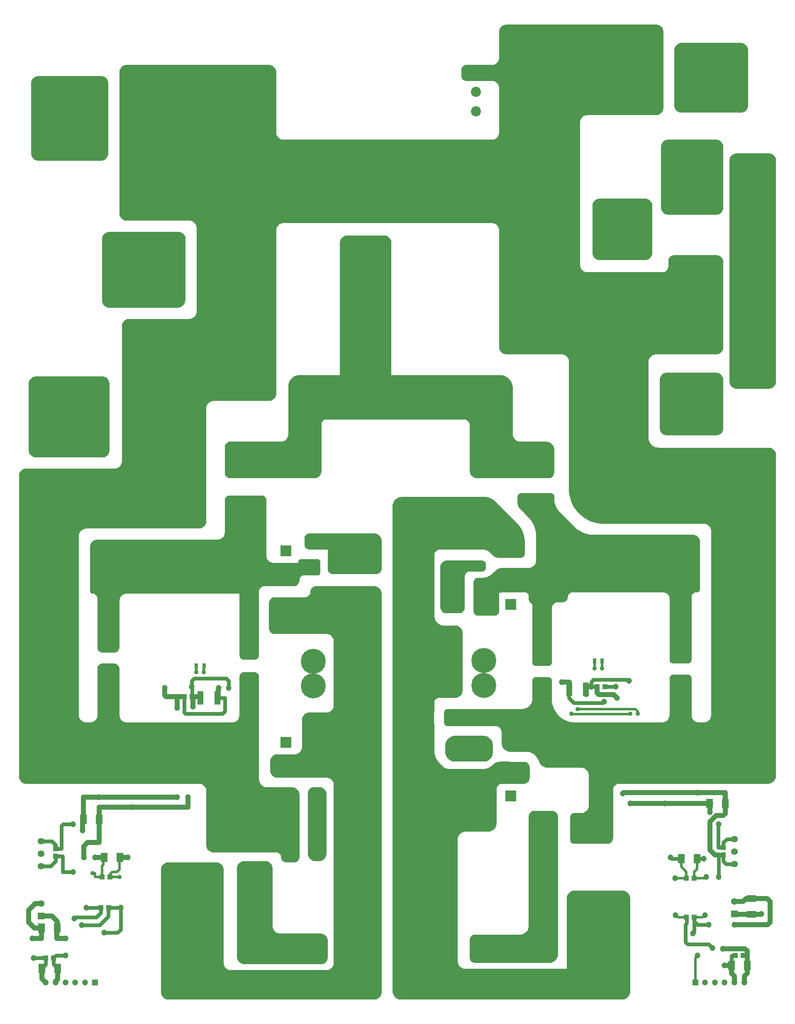
<source format=gbl>
G04 Layer_Physical_Order=2*
G04 Layer_Color=16711680*
%FSLAX44Y44*%
%MOMM*%
G71*
G01*
G75*
%ADD18R,1.0000X1.1000*%
%ADD19R,1.1000X1.0000*%
%ADD20R,1.1500X2.8000*%
%ADD26C,0.5000*%
%ADD27C,0.7500*%
%ADD28C,1.0000*%
%ADD29C,2.0566*%
%ADD31C,1.3600*%
%ADD32R,1.3600X1.3600*%
%ADD33C,2.5000*%
%ADD34R,2.5000X2.5000*%
%ADD35C,1.2192*%
%ADD36R,1.2192X1.2192*%
%ADD37R,2.3000X2.3000*%
%ADD38C,2.3000*%
%ADD39R,3.5000X3.5000*%
%ADD40C,3.5000*%
%ADD41C,5.1000*%
%ADD42C,2.0320*%
%ADD43C,2.4130*%
%ADD44C,0.9000*%
%ADD45C,1.2000*%
%ADD46R,3.1500X2.4500*%
%ADD47R,2.4500X3.1500*%
%ADD48R,1.4500X1.9000*%
%ADD49R,1.9000X1.4500*%
%ADD50R,1.5000X2.4000*%
%ADD51R,2.4000X1.5000*%
%ADD52R,3.5000X1.0500*%
%ADD53R,5.4000X1.0500*%
%ADD54R,1.0500X5.4000*%
%ADD55R,0.8000X1.0500*%
%ADD56R,3.3300X1.2300*%
%ADD57R,1.2300X3.3300*%
G36*
X645000Y1025000D02*
X740000Y1025000D01*
X741477D01*
X744375Y1024424D01*
X747105Y1023293D01*
X749562Y1021651D01*
X751651Y1019562D01*
X753293Y1017105D01*
X754424Y1014375D01*
X755000Y1011477D01*
X755000Y1010000D01*
X755000D01*
X755000Y952500D01*
X755000Y951515D01*
X754616Y949583D01*
X753862Y947763D01*
X752767Y946125D01*
X751375Y944732D01*
X749737Y943638D01*
X747917Y942884D01*
X746248Y942552D01*
X745000Y942500D01*
X655000Y942500D01*
X654015Y942500D01*
X652083Y942884D01*
X650263Y943638D01*
X648625Y944732D01*
X647233Y946125D01*
X646138Y947763D01*
X645384Y949583D01*
X645000Y951515D01*
Y952500D01*
X645000Y952500D01*
X645000Y992500D01*
X607500Y992500D01*
X606515Y992500D01*
X604583Y992884D01*
X602763Y993638D01*
X601125Y994733D01*
X599733Y996125D01*
X598638Y997763D01*
X597884Y999583D01*
X597500Y1001515D01*
Y1002500D01*
X597500Y1002500D01*
X597500Y1015000D01*
X597500Y1015985D01*
X597884Y1017917D01*
X598638Y1019737D01*
X599733Y1021375D01*
X601125Y1022768D01*
X602763Y1023862D01*
X604583Y1024616D01*
X606515Y1025000D01*
X607500Y1025000D01*
X607500Y1025000D01*
X645000Y1025000D01*
D02*
G37*
G36*
X960000Y970000D02*
X960000Y970000D01*
X960001D01*
X961170Y969914D01*
X962188Y969712D01*
X963553Y969147D01*
X964781Y968326D01*
X965826Y967281D01*
X966646Y966053D01*
X967212Y964688D01*
X967500Y963239D01*
X967500Y962500D01*
X967500Y955000D01*
X967500Y955000D01*
Y954261D01*
X967212Y952812D01*
X966646Y951447D01*
X965826Y950219D01*
X964781Y949174D01*
X963553Y948354D01*
X962188Y947788D01*
X960739Y947500D01*
X935000Y947500D01*
X935000Y947500D01*
X934020Y947452D01*
X932097Y947069D01*
X930286Y946319D01*
X928656Y945230D01*
X927270Y943844D01*
X926181Y942214D01*
X925431Y940403D01*
X925048Y938480D01*
X925000Y937500D01*
X925000Y875000D01*
X925000Y875000D01*
X925000Y873769D01*
X924520Y871354D01*
X923577Y869079D01*
X922209Y867032D01*
X920468Y865291D01*
X918421Y863923D01*
X916146Y862980D01*
X913731Y862500D01*
X886269Y862500D01*
X883854Y862980D01*
X881579Y863922D01*
X879532Y865290D01*
X877791Y867031D01*
X876423Y869079D01*
X875480Y871354D01*
X875000Y873769D01*
X875000Y875000D01*
Y957500D01*
X875000Y958731D01*
X875480Y961146D01*
X876423Y963421D01*
X877790Y965468D01*
X879531Y967209D01*
X881579Y968577D01*
X883854Y969520D01*
X886269Y970000D01*
X887500Y970000D01*
X960000Y970000D01*
X960000Y970000D01*
D02*
G37*
G36*
X968097Y1099662D02*
X971487Y1098988D01*
X974794Y1097984D01*
X977988Y1096662D01*
X981036Y1095032D01*
X983910Y1093112D01*
X986581Y1090919D01*
X987803Y1089696D01*
X987803Y1089696D01*
X987804Y1089696D01*
X1031161Y1046339D01*
X1033099Y1044401D01*
X1036577Y1040165D01*
X1039622Y1035607D01*
X1042206Y1030773D01*
X1044303Y1025710D01*
X1045894Y1020464D01*
X1046963Y1015089D01*
X1047500Y1009634D01*
X1047499Y1006893D01*
X1047499Y1006893D01*
X1047500Y1006893D01*
X1047500Y985000D01*
X1047500Y984015D01*
X1047116Y982083D01*
X1046362Y980263D01*
X1045268Y978625D01*
X1043875Y977232D01*
X1042237Y976137D01*
X1040417Y975384D01*
X1038972Y975097D01*
X1002856Y975097D01*
X1000393Y975097D01*
X1000393Y975097D01*
X1000393Y975097D01*
X999413Y975000D01*
X996035D01*
X994006Y975000D01*
X990025Y975792D01*
X986274Y977345D01*
X982899Y979600D01*
X981464Y981035D01*
X981465Y981036D01*
X976036Y986464D01*
X974537Y987823D01*
X971179Y990068D01*
X967446Y991613D01*
X963484Y992401D01*
X961465Y992499D01*
X961464Y992500D01*
X961464Y992500D01*
X875000Y992500D01*
X873775Y992440D01*
X871371Y991962D01*
X869107Y991025D01*
X867069Y989663D01*
X865337Y987931D01*
X863975Y985893D01*
X863038Y983629D01*
X862560Y981225D01*
X862500Y980000D01*
Y857500D01*
X862597Y855539D01*
X863362Y851694D01*
X864862Y848072D01*
X867040Y844812D01*
X869812Y842040D01*
X873072Y839862D01*
X876694Y838361D01*
X880540Y837596D01*
X882500Y837500D01*
X905000Y837500D01*
X906477Y837500D01*
X909375Y836924D01*
X912105Y835793D01*
X914562Y834151D01*
X916651Y832062D01*
X918293Y829605D01*
X919423Y826875D01*
X920000Y823977D01*
X919999Y822500D01*
X919999Y822500D01*
X920000Y822499D01*
X920000Y705000D01*
Y703523D01*
X919423Y700625D01*
X918293Y697895D01*
X916651Y695438D01*
X914562Y693349D01*
X912105Y691707D01*
X909375Y690576D01*
X906477Y690000D01*
X905000D01*
X872500Y690000D01*
X871520Y689952D01*
X869597Y689570D01*
X867786Y688820D01*
X866156Y687730D01*
X864770Y686344D01*
X863680Y684714D01*
X862931Y682903D01*
X862598Y681230D01*
X862548Y680980D01*
X862500Y680000D01*
X862500D01*
X862500Y680000D01*
X862500Y662023D01*
X862465Y661572D01*
X862480Y660822D01*
X862403Y660076D01*
X862403Y660069D01*
X862407Y660031D01*
X862403Y659993D01*
X862403Y639261D01*
X862500Y638278D01*
X862500Y582863D01*
X862538Y581223D01*
X862841Y577958D01*
X863445Y574736D01*
X864345Y571583D01*
X865533Y568527D01*
X866999Y565594D01*
X868730Y562809D01*
X870712Y560196D01*
X871791Y558962D01*
X871791Y558962D01*
X871791Y558962D01*
X878771Y551342D01*
X880214Y549922D01*
X883500Y547566D01*
X887201Y545937D01*
X891158Y545105D01*
X893180Y545000D01*
X962322Y545000D01*
X964731Y545118D01*
X969455Y546058D01*
X973905Y547901D01*
X977910Y550577D01*
X979696Y552196D01*
X979697Y552197D01*
X980622Y553122D01*
X982645Y554783D01*
X984822Y556237D01*
X987131Y557471D01*
X989549Y558473D01*
X992054Y559233D01*
X994621Y559743D01*
X997226Y560000D01*
X998535Y560000D01*
X998536Y560000D01*
X1014788Y560000D01*
X1015770Y559903D01*
X1015771Y559903D01*
X1015772Y559903D01*
X1017495Y559903D01*
X1017499Y559904D01*
X1017503Y559903D01*
X1046718Y559903D01*
X1048646Y559520D01*
X1050921Y558577D01*
X1052969Y557210D01*
X1054710Y555468D01*
X1056077Y553421D01*
X1057020Y551146D01*
X1057500Y548731D01*
X1057499Y547500D01*
X1057499Y547500D01*
X1057500Y547499D01*
X1057500Y527500D01*
X1057500Y526269D01*
X1057020Y523853D01*
X1056078Y521578D01*
X1054710Y519531D01*
X1052969Y517790D01*
X1050921Y516422D01*
X1048646Y515480D01*
X1046231Y515000D01*
X1045000Y515000D01*
X1000001D01*
X999021Y514952D01*
X997098Y514570D01*
X995286Y513819D01*
X995182Y513750D01*
X995000D01*
Y513628D01*
X993656Y512730D01*
X992270Y511343D01*
X991180Y509713D01*
X990430Y507901D01*
X990097Y506228D01*
X990048Y505979D01*
X990000Y504999D01*
X990000D01*
Y504998D01*
X990000Y503728D01*
X990000Y435000D01*
X990000Y433276D01*
X989328Y429895D01*
X988009Y426710D01*
X986094Y423844D01*
X983656Y421406D01*
X980789Y419491D01*
X977604Y418172D01*
X974223Y417500D01*
X972500Y417500D01*
X972500Y417500D01*
X972499Y417500D01*
X927500Y417500D01*
X925784Y417416D01*
X922420Y416747D01*
X919250Y415434D01*
X916398Y413528D01*
X913972Y411102D01*
X912066Y408250D01*
X910753Y405080D01*
X910084Y401715D01*
X910000Y400000D01*
X910000D01*
X910000Y400000D01*
X910000Y155000D01*
X910084Y153285D01*
X910753Y149920D01*
X912066Y146751D01*
X913972Y143898D01*
X916398Y141472D01*
X919250Y139566D01*
X922420Y138254D01*
X925785Y137584D01*
X927500Y137500D01*
X927500Y137500D01*
X1132500Y137500D01*
X1132500Y280000D01*
X1132500Y281724D01*
X1133172Y285105D01*
X1134492Y288289D01*
X1136407Y291155D01*
X1138844Y293593D01*
X1141711Y295508D01*
X1144895Y296827D01*
X1148276Y297500D01*
X1150000Y297500D01*
X1150000Y297500D01*
X1244995Y297500D01*
X1246719Y297500D01*
X1250101Y296827D01*
X1253287Y295508D01*
X1256154Y293592D01*
X1258592Y291154D01*
X1260508Y288286D01*
X1261827Y285101D01*
X1262500Y281719D01*
X1262500Y279995D01*
X1262500Y279995D01*
X1262500Y279995D01*
X1262500Y137500D01*
X1262500Y92500D01*
X1262500Y90776D01*
X1261828Y87395D01*
X1260508Y84211D01*
X1258593Y81344D01*
X1256156Y78907D01*
X1253289Y76992D01*
X1250105Y75672D01*
X1246723Y75000D01*
X1245000Y75000D01*
X795000Y75000D01*
X793276Y75000D01*
X789895Y75672D01*
X786711Y76992D01*
X783844Y78907D01*
X781407Y81344D01*
X779492Y84211D01*
X778172Y87395D01*
X777500Y90776D01*
X777500Y92500D01*
X777500Y92500D01*
X777500Y490000D01*
X777500Y1080000D01*
Y1081970D01*
X778269Y1085834D01*
X779776Y1089473D01*
X781965Y1092749D01*
X784751Y1095535D01*
X788026Y1097723D01*
X791666Y1099231D01*
X795530Y1099999D01*
X797499Y1099999D01*
X797500Y1100000D01*
X962929Y1100000D01*
X964657Y1100000D01*
X968097Y1099662D01*
D02*
G37*
G36*
X1100000Y1107500D02*
X1100000Y1107500D01*
X1100000D01*
X1101170Y1107414D01*
X1102188Y1107212D01*
X1103553Y1106647D01*
X1104781Y1105826D01*
X1105826Y1104781D01*
X1106647Y1103552D01*
X1107212Y1102188D01*
X1107501Y1100738D01*
X1107500Y1100000D01*
X1107500Y1095427D01*
X1107545Y1093600D01*
X1107904Y1089962D01*
X1108617Y1086378D01*
X1109678Y1082880D01*
X1111076Y1079503D01*
X1112799Y1076280D01*
X1114830Y1073241D01*
X1117149Y1070415D01*
X1118409Y1069091D01*
X1149393Y1038107D01*
Y1038107D01*
X1151287Y1036303D01*
X1155329Y1032986D01*
X1159677Y1030081D01*
X1164289Y1027616D01*
X1169120Y1025614D01*
X1174124Y1024097D01*
X1179253Y1023076D01*
X1184456Y1022564D01*
X1187071Y1022500D01*
X1390000Y1022500D01*
X1390000Y1022500D01*
X1390000Y1022500D01*
X1391477Y1022500D01*
X1394375Y1021924D01*
X1397106Y1020793D01*
X1399562Y1019152D01*
X1401652Y1017062D01*
X1403293Y1014605D01*
X1404424Y1011876D01*
X1405000Y1008977D01*
X1405000Y1007500D01*
X1405000Y912500D01*
X1405000Y912500D01*
Y911761D01*
X1404712Y910312D01*
X1404146Y908947D01*
X1403325Y907719D01*
X1402281Y906674D01*
X1401052Y905854D01*
X1399688Y905288D01*
X1398239Y905000D01*
X1397500D01*
Y905000D01*
X1396520Y904952D01*
X1394597Y904569D01*
X1392786Y903819D01*
X1391156Y902730D01*
X1389770Y901344D01*
X1388681Y899714D01*
X1387931Y897903D01*
X1387548Y895980D01*
X1387500Y895000D01*
X1387500Y767500D01*
X1387500Y767500D01*
Y766761D01*
X1387212Y765312D01*
X1386646Y763948D01*
X1385826Y762719D01*
X1384781Y761674D01*
X1383553Y760854D01*
X1382188Y760288D01*
X1380739Y760000D01*
X1350000Y760000D01*
X1349261Y760000D01*
X1347812Y760288D01*
X1346447Y760853D01*
X1345219Y761674D01*
X1344174Y762719D01*
X1343353Y763947D01*
X1342788Y765312D01*
X1342500Y766761D01*
X1342500Y767500D01*
X1342500Y892500D01*
X1342500D01*
X1342500Y892500D01*
X1342440Y893725D01*
X1341962Y896129D01*
X1341024Y898393D01*
X1339663Y900430D01*
X1337930Y902163D01*
X1335893Y903524D01*
X1333629Y904462D01*
X1331225Y904940D01*
X1330000Y905000D01*
X1145000Y905000D01*
X1145000Y904999D01*
X1144020Y904951D01*
X1142097Y904569D01*
X1140286Y903819D01*
X1138656Y902730D01*
X1137270Y901344D01*
X1136181Y899714D01*
X1135430Y897903D01*
X1135048Y895980D01*
X1135000Y895000D01*
X1135000D01*
X1135000Y894015D01*
X1134616Y892083D01*
X1133862Y890263D01*
X1132767Y888625D01*
X1131375Y887232D01*
X1129737Y886138D01*
X1127917Y885384D01*
X1125985Y885000D01*
X1125000Y885000D01*
X1115000Y885000D01*
X1115000Y885000D01*
X1113775Y884940D01*
X1111371Y884462D01*
X1109108Y883524D01*
X1107070Y882162D01*
X1105337Y880430D01*
X1103976Y878392D01*
X1103038Y876128D01*
X1102560Y873725D01*
X1102500Y872500D01*
X1102500Y762500D01*
X1102500Y762500D01*
X1102500Y761761D01*
X1102212Y760312D01*
X1101646Y758947D01*
X1100826Y757719D01*
X1099781Y756674D01*
X1098552Y755854D01*
X1097188Y755288D01*
X1095739Y755000D01*
X1095000Y755000D01*
X1070000Y755000D01*
X1069296Y755000D01*
X1067915Y755275D01*
X1066614Y755813D01*
X1065443Y756596D01*
X1064447Y757591D01*
X1063665Y758762D01*
X1063126Y760063D01*
X1062851Y761444D01*
X1062851Y762149D01*
X1062851Y877149D01*
X1062851D01*
X1062851Y877149D01*
X1062851Y877149D01*
X1062796Y878083D01*
X1062739Y878317D01*
X1062354Y879899D01*
X1061496Y881559D01*
X1060270Y882969D01*
X1059540Y883555D01*
X1058487Y884300D01*
X1056794Y886247D01*
X1055610Y888539D01*
X1055000Y891046D01*
X1055000Y892336D01*
X1055000Y897500D01*
X1055000D01*
X1055000Y897500D01*
X1055000Y897500D01*
X1054964Y898235D01*
X1054878Y898668D01*
X1054677Y899677D01*
X1054115Y901035D01*
X1053298Y902258D01*
X1052258Y903298D01*
X1051036Y904114D01*
X1049677Y904677D01*
X1048235Y904964D01*
X1047500Y905000D01*
X1002500Y905000D01*
X1002500Y905000D01*
X1001765Y904964D01*
X1000323Y904677D01*
X998964Y904114D01*
X998419Y903750D01*
X995000D01*
Y867500D01*
X995000Y867500D01*
Y866515D01*
X994616Y864583D01*
X993862Y862763D01*
X992767Y861125D01*
X991375Y859733D01*
X989737Y858638D01*
X987917Y857884D01*
X985985Y857500D01*
X977500Y857500D01*
X952500Y857500D01*
X952500Y857500D01*
X951515Y857500D01*
X949583Y857884D01*
X947763Y858638D01*
X946125Y859732D01*
X944732Y861125D01*
X943638Y862763D01*
X942884Y864583D01*
X942500Y866515D01*
X942500Y867500D01*
X942500Y910000D01*
X942500Y925000D01*
X942500Y925000D01*
X942552Y926248D01*
X942884Y927917D01*
X943638Y929737D01*
X944732Y931375D01*
X946125Y932767D01*
X947763Y933862D01*
X949583Y934616D01*
X951515Y935000D01*
X952500Y935000D01*
X959233Y935000D01*
X960428Y935000D01*
X960428Y935000D01*
X960428Y935000D01*
X961858Y935035D01*
X964705Y935315D01*
X967510Y935873D01*
X970246Y936703D01*
X972889Y937798D01*
X975411Y939146D01*
X975941Y939500D01*
X976150D01*
Y939640D01*
X977789Y940735D01*
X980000Y942549D01*
X981036Y943536D01*
X985178Y947678D01*
X986919Y949419D01*
X991013Y952155D01*
X995563Y954039D01*
X1000393Y955000D01*
X1002855Y955000D01*
X1053806Y955000D01*
X1055000Y955000D01*
X1055000Y955000D01*
X1055000Y955000D01*
X1056470Y955072D01*
X1059354Y955646D01*
X1062071Y956771D01*
X1064516Y958404D01*
X1066596Y960484D01*
X1068229Y962929D01*
X1069354Y965646D01*
X1069928Y968530D01*
X1070000Y970000D01*
X1070000Y1021893D01*
X1070000D01*
X1070000Y1021893D01*
X1069940Y1024334D01*
X1069462Y1029193D01*
X1068510Y1033981D01*
X1067093Y1038653D01*
X1065224Y1043164D01*
X1062923Y1047469D01*
X1060210Y1051529D01*
X1057113Y1055303D01*
X1055429Y1057071D01*
X1047500Y1065000D01*
X1038536Y1073964D01*
X1038536D01*
X1037100Y1075399D01*
X1034845Y1078774D01*
X1033292Y1082525D01*
X1032500Y1086506D01*
X1032500Y1088536D01*
X1032500Y1100000D01*
X1032500Y1100000D01*
X1032597Y1101229D01*
X1032788Y1102188D01*
X1033353Y1103553D01*
X1034174Y1104781D01*
X1035219Y1105826D01*
X1036447Y1106646D01*
X1037812Y1107212D01*
X1039261Y1107500D01*
X1040000Y1107500D01*
X1100000Y1107500D01*
X1100000Y1107500D01*
D02*
G37*
G36*
X510000Y1102500D02*
X510985Y1102500D01*
X512917Y1102116D01*
X514737Y1101362D01*
X516375Y1100268D01*
X517768Y1098875D01*
X518862Y1097237D01*
X519616Y1095417D01*
X519959Y1093688D01*
X520000Y1092504D01*
Y1092500D01*
X520000Y1092500D01*
X520000Y1092500D01*
X520000Y1032500D01*
Y980000D01*
X520072Y978530D01*
X520646Y975646D01*
X521771Y972929D01*
X523405Y970484D01*
X525484Y968405D01*
X527929Y966771D01*
X530645Y965646D01*
X533530Y965072D01*
X535000Y965000D01*
X582500Y965000D01*
X582988Y965048D01*
X583889Y965421D01*
X584579Y966111D01*
X584952Y967012D01*
X585000Y967500D01*
X585000Y967500D01*
X585000Y968495D01*
X585761Y970332D01*
X587168Y971739D01*
X589005Y972500D01*
X590000Y972500D01*
X590000Y972500D01*
X625003Y972500D01*
X625998Y972500D01*
X627836Y971738D01*
X629242Y970331D01*
X629917Y968695D01*
X630000Y967499D01*
Y967497D01*
X630000Y967497D01*
X630000Y967497D01*
X630000Y945000D01*
X630001Y944005D01*
X629240Y942166D01*
X627832Y940759D01*
X626228Y940096D01*
X624998Y940000D01*
X623728Y940000D01*
X605000Y940000D01*
X597496Y940000D01*
X596516Y939952D01*
X594593Y939571D01*
X592781Y938821D01*
X591151Y937732D01*
X589765Y936346D01*
X588677Y934715D01*
X587928Y932903D01*
X587587Y931182D01*
X587547Y930980D01*
X587500Y930001D01*
X587500Y930000D01*
X587500Y930000D01*
X587500Y930000D01*
X587500Y928769D01*
X587020Y926353D01*
X586078Y924078D01*
X584710Y922031D01*
X582969Y920290D01*
X580921Y918922D01*
X578646Y917980D01*
X576231Y917499D01*
X575000Y917500D01*
X515000Y917499D01*
X514020Y917452D01*
X512097Y917070D01*
X510285Y916320D01*
X508655Y915231D01*
X507269Y913844D01*
X506180Y912214D01*
X505430Y910403D01*
X505098Y908730D01*
X505048Y908480D01*
X505000Y907500D01*
X505000Y907500D01*
X505000Y907500D01*
X505000Y777500D01*
X505000Y776515D01*
X504616Y774583D01*
X503863Y772763D01*
X502768Y771124D01*
X501375Y769731D01*
X499737Y768637D01*
X497917Y767884D01*
X496248Y767552D01*
X495000Y767500D01*
Y767500D01*
X475000Y767500D01*
X474015Y767500D01*
X472083Y767884D01*
X470263Y768638D01*
X468625Y769732D01*
X467232Y771125D01*
X466138Y772763D01*
X465384Y774583D01*
X465000Y776515D01*
X465000Y777500D01*
X465000Y902500D01*
X235000D01*
X233530Y902428D01*
X230646Y901854D01*
X227929Y900729D01*
X225484Y899096D01*
X223404Y897016D01*
X221771Y894571D01*
X220646Y891854D01*
X220072Y888970D01*
X220000Y887500D01*
X220000Y887500D01*
X220000Y887500D01*
X220000Y792500D01*
X220000Y791515D01*
X219616Y789583D01*
X218862Y787763D01*
X217768Y786125D01*
X216375Y784732D01*
X214737Y783638D01*
X212917Y782884D01*
X211248Y782552D01*
X210000Y782500D01*
Y782500D01*
X185000Y782500D01*
X184015Y782500D01*
X182083Y782884D01*
X180263Y783638D01*
X178625Y784732D01*
X177232Y786125D01*
X176138Y787763D01*
X175384Y789583D01*
X175000Y791515D01*
X175000Y792500D01*
Y892500D01*
X174952Y893480D01*
X174569Y895403D01*
X173819Y897214D01*
X172730Y898844D01*
X171344Y900230D01*
X169714Y901319D01*
X167903Y902069D01*
X166170Y902414D01*
X165980Y902452D01*
X165005Y902500D01*
X165000Y902500D01*
X165000Y902500D01*
X165000Y902500D01*
X164998D01*
X163829Y902573D01*
X162168Y903261D01*
X160761Y904667D01*
X160000Y906505D01*
Y907499D01*
X160000Y997500D01*
X160000Y998977D01*
X160576Y1001875D01*
X161707Y1004605D01*
X163349Y1007062D01*
X165438Y1009151D01*
X167895Y1010793D01*
X170625Y1011924D01*
X173523Y1012500D01*
X175000Y1012500D01*
Y1012500D01*
X420000Y1012500D01*
X421470Y1012572D01*
X424354Y1013146D01*
X427071Y1014271D01*
X429516Y1015905D01*
X431595Y1017984D01*
X433228Y1020429D01*
X434354Y1023146D01*
X434928Y1026030D01*
X435000Y1027500D01*
X435000Y1027500D01*
X435000Y1037500D01*
X435000Y1047500D01*
X435000Y1092500D01*
X435000Y1093485D01*
X435384Y1095417D01*
X436138Y1097237D01*
X437232Y1098875D01*
X438625Y1100267D01*
X440263Y1101362D01*
X442083Y1102116D01*
X444015Y1102500D01*
X445000Y1102500D01*
X445000Y1102500D01*
X510000Y1102500D01*
D02*
G37*
G36*
X1106146Y459520D02*
X1108421Y458577D01*
X1110469Y457209D01*
X1112210Y455468D01*
X1113577Y453421D01*
X1114520Y451146D01*
X1115000Y448731D01*
X1115000Y447500D01*
X1115000Y447500D01*
X1115000Y447500D01*
X1115000Y167500D01*
X1115000Y165776D01*
X1114327Y162395D01*
X1113008Y159211D01*
X1111093Y156344D01*
X1108656Y153907D01*
X1105789Y151992D01*
X1102605Y150672D01*
X1099223Y150000D01*
X1097500Y150000D01*
X1097500Y150000D01*
X1097500Y150000D01*
X945000Y150000D01*
X944015Y150000D01*
X942083Y150384D01*
X940263Y151138D01*
X938625Y152233D01*
X937233Y153625D01*
X936138Y155263D01*
X935384Y157083D01*
X935000Y159015D01*
X935000Y160000D01*
Y198485D01*
X935384Y200417D01*
X936138Y202237D01*
X937233Y203875D01*
X938625Y205268D01*
X940263Y206362D01*
X942083Y207116D01*
X944015Y207500D01*
X945000D01*
X945000Y207500D01*
X1037500Y207500D01*
X1039215Y207584D01*
X1042580Y208253D01*
X1045749Y209566D01*
X1048602Y211472D01*
X1051028Y213898D01*
X1052934Y216750D01*
X1054246Y219920D01*
X1054915Y223284D01*
X1055000Y225000D01*
X1055000Y225000D01*
X1055000Y447500D01*
X1055000Y448731D01*
X1055480Y451146D01*
X1056422Y453421D01*
X1057790Y455468D01*
X1059531Y457209D01*
X1061579Y458577D01*
X1063854Y459519D01*
X1066269Y460000D01*
X1067500Y460000D01*
X1067500Y460000D01*
X1102500Y460000D01*
X1103731Y460000D01*
X1106146Y459520D01*
D02*
G37*
G36*
X517500Y357500D02*
X518977D01*
X521875Y356923D01*
X524605Y355793D01*
X527062Y354151D01*
X529151Y352062D01*
X530793Y349605D01*
X531923Y346875D01*
X532500Y343977D01*
Y342500D01*
X532500Y225000D01*
X532500D01*
X532572Y223530D01*
X533146Y220646D01*
X534271Y217929D01*
X535905Y215484D01*
X537984Y213405D01*
X540429Y211771D01*
X543146Y210646D01*
X546030Y210072D01*
X547500Y210000D01*
X630000Y210000D01*
X630000Y210000D01*
X630000Y210000D01*
X631477Y210000D01*
X634375Y209423D01*
X637105Y208293D01*
X639562Y206651D01*
X641651Y204562D01*
X643293Y202105D01*
X644424Y199375D01*
X645000Y196477D01*
Y195000D01*
X645000Y160000D01*
X645000Y160000D01*
X645000Y158769D01*
X644520Y156354D01*
X643577Y154079D01*
X642209Y152032D01*
X640469Y150291D01*
X638421Y148923D01*
X636147Y147980D01*
X633732Y147500D01*
X632500Y147500D01*
X475000Y147500D01*
X473523Y147500D01*
X470625Y148076D01*
X467895Y149207D01*
X465438Y150849D01*
X463349Y152938D01*
X461707Y155395D01*
X460576Y158125D01*
X460000Y161022D01*
Y162500D01*
X460000Y342500D01*
X460000Y342500D01*
X460000Y342500D01*
X460000Y343977D01*
X460576Y346875D01*
X461707Y349605D01*
X463349Y352062D01*
X465438Y354151D01*
X467895Y355793D01*
X470625Y356923D01*
X473523Y357500D01*
X475000Y357500D01*
X517500Y357500D01*
Y357500D01*
D02*
G37*
G36*
X630000Y507500D02*
X631231Y507500D01*
X633646Y507019D01*
X635921Y506077D01*
X637968Y504709D01*
X639709Y502968D01*
X641077Y500921D01*
X642020Y498646D01*
X642500Y496231D01*
X642500Y495000D01*
X642500D01*
X642500Y495000D01*
X642500Y372500D01*
X642500Y371022D01*
X641924Y368125D01*
X640793Y365395D01*
X639151Y362938D01*
X637062Y360849D01*
X634605Y359207D01*
X631875Y358076D01*
X628977Y357500D01*
X627500Y357500D01*
X620000Y357500D01*
X618523Y357500D01*
X615625Y358076D01*
X612895Y359207D01*
X610438Y360849D01*
X608349Y362938D01*
X606707Y365395D01*
X605576Y368125D01*
X605000Y371022D01*
X605000Y372500D01*
X605000Y497500D01*
Y498485D01*
X605384Y500417D01*
X606138Y502237D01*
X607233Y503875D01*
X608625Y505267D01*
X610263Y506362D01*
X612083Y507116D01*
X614015Y507500D01*
X615000Y507500D01*
X615000Y507500D01*
X630000Y507500D01*
D02*
G37*
G36*
X744377Y916926D02*
X747108Y915796D01*
X749566Y914155D01*
X751655Y912065D01*
X753297Y909607D01*
X754426Y906876D01*
X755001Y903977D01*
X755000Y902499D01*
X755000D01*
X755000Y902499D01*
X755000Y527500D01*
X755000Y89999D01*
X755001Y88521D01*
X754425Y85623D01*
X753295Y82892D01*
X751653Y80435D01*
X749563Y78345D01*
X747105Y76704D01*
X744374Y75574D01*
X741476Y74999D01*
X739998Y75000D01*
X657500Y75000D01*
X320000Y75000D01*
X318522D01*
X315624Y75577D01*
X312895Y76707D01*
X310438Y78349D01*
X308349Y80438D01*
X306707Y82895D01*
X305576Y85625D01*
X305000Y88523D01*
X305000Y90000D01*
Y340000D01*
Y341477D01*
X305576Y344375D01*
X306707Y347105D01*
X308349Y349562D01*
X310438Y351651D01*
X312895Y353293D01*
X315625Y354423D01*
X318523Y355000D01*
X320000D01*
X320000Y355000D01*
X410039Y355000D01*
X411025Y354903D01*
X411025Y354903D01*
X411026Y354903D01*
X412504Y354903D01*
X419464D01*
X421875Y354423D01*
X424605Y353293D01*
X427062Y351651D01*
X429151Y349562D01*
X430793Y347105D01*
X431923Y344375D01*
X432500Y341477D01*
X432500Y340000D01*
X432500D01*
X432500Y340000D01*
Y150000D01*
X432572Y148530D01*
X433146Y145646D01*
X434271Y142929D01*
X435905Y140484D01*
X437984Y138405D01*
X440429Y136771D01*
X443146Y135646D01*
X446030Y135072D01*
X447500Y135000D01*
X447500Y135000D01*
X642500Y135000D01*
X643970Y135072D01*
X646854Y135646D01*
X649571Y136771D01*
X652016Y138405D01*
X654096Y140484D01*
X655729Y142929D01*
X656854Y145646D01*
X657428Y148530D01*
X657500Y150000D01*
X657500Y150000D01*
X657500Y512500D01*
X657429Y513971D01*
X656856Y516855D01*
X655731Y519573D01*
X654097Y522018D01*
X652018Y524098D01*
X649572Y525731D01*
X646855Y526856D01*
X643970Y527428D01*
X642500Y527500D01*
X642500Y527500D01*
X642500Y527500D01*
X574965Y527500D01*
X573969Y527598D01*
X573967Y527598D01*
X573966Y527598D01*
X572521Y527597D01*
X572520Y527597D01*
X572520Y527597D01*
X572500Y527597D01*
X572499Y527597D01*
X540536Y527597D01*
X538125Y528076D01*
X535395Y529207D01*
X532938Y530848D01*
X530849Y532937D01*
X529207Y535393D01*
X528077Y538123D01*
X527500Y541021D01*
X527500Y542498D01*
Y560000D01*
X527500Y561477D01*
X528076Y564375D01*
X529207Y567105D01*
X530848Y569561D01*
X532937Y571650D01*
X535394Y573292D01*
X538124Y574422D01*
X541021Y574999D01*
X542499Y574999D01*
X542500Y575000D01*
X577500Y575000D01*
X578970Y575072D01*
X581854Y575646D01*
X582105Y575750D01*
X583000D01*
Y576120D01*
X584571Y576771D01*
X587015Y578405D01*
X589095Y580484D01*
X590728Y582929D01*
X591853Y585645D01*
X592427Y588529D01*
X592499Y589999D01*
X592500Y590000D01*
X592500Y645000D01*
X592500Y646477D01*
X593076Y649375D01*
X594207Y652105D01*
X595848Y654561D01*
X597938Y656650D01*
X600394Y658292D01*
X603124Y659423D01*
X606022Y659999D01*
X607499Y659999D01*
X607500Y660000D01*
X642500Y660000D01*
X643970Y660072D01*
X646854Y660646D01*
X649570Y661771D01*
X652015Y663405D01*
X654094Y665484D01*
X655728Y667929D01*
X656853Y670645D01*
X657427Y673529D01*
X657499Y674999D01*
X657500Y675000D01*
X657500Y805000D01*
X657429Y806471D01*
X656857Y809356D01*
X655732Y812073D01*
X654099Y814519D01*
X652019Y816599D01*
X649573Y818232D01*
X646855Y819356D01*
X643970Y819928D01*
X642500Y819999D01*
X642500Y820000D01*
X642500Y820000D01*
X537500Y820000D01*
X536269Y820000D01*
X533854Y820481D01*
X531579Y821423D01*
X529532Y822791D01*
X527790Y824532D01*
X526422Y826579D01*
X525480Y828854D01*
X525097Y830781D01*
X525097Y884219D01*
X525480Y886146D01*
X526422Y888421D01*
X527790Y890468D01*
X529532Y892209D01*
X531579Y893577D01*
X533854Y894519D01*
X536269Y895000D01*
X537500D01*
X537500Y895000D01*
X597502Y895000D01*
X598727Y895060D01*
X601130Y895538D01*
X603394Y896475D01*
X605431Y897837D01*
X607163Y899569D01*
X608524Y901606D01*
X609462Y903870D01*
X609940Y906273D01*
X610000Y907498D01*
X610000Y907498D01*
X610000Y908483D01*
X610384Y910415D01*
X611138Y912235D01*
X612233Y913874D01*
X613625Y915267D01*
X615264Y916361D01*
X617084Y917115D01*
X619016Y917500D01*
X620001Y917499D01*
X620001Y917500D01*
X740001Y917500D01*
X741478Y917501D01*
X744377Y916926D01*
D02*
G37*
G36*
X968334Y611732D02*
X971974Y610224D01*
X975249Y608035D01*
X978035Y605250D01*
X980224Y601974D01*
X981732Y598334D01*
X982500Y594470D01*
X982500Y592500D01*
X982500Y580000D01*
X982500Y580000D01*
Y578030D01*
X981731Y574166D01*
X980224Y570526D01*
X978035Y567251D01*
X975249Y564465D01*
X971973Y562276D01*
X968334Y560769D01*
X964470Y560000D01*
X905000D01*
X903030Y560000D01*
X899166Y560769D01*
X895526Y562276D01*
X892251Y564465D01*
X889465Y567251D01*
X887276Y570527D01*
X885769Y574166D01*
X885000Y578030D01*
X885000Y580000D01*
Y592500D01*
X885000Y594470D01*
X885768Y598334D01*
X887276Y601973D01*
X889464Y605249D01*
X892250Y608035D01*
X895526Y610224D01*
X899166Y611731D01*
X903030Y612500D01*
X905000Y612500D01*
X962500Y612500D01*
X962500Y612500D01*
X962500Y612500D01*
X964470Y612500D01*
X968334Y611732D01*
D02*
G37*
G36*
X1437500Y1827500D02*
X1438977Y1827500D01*
X1441875Y1826924D01*
X1444605Y1825793D01*
X1447062Y1824151D01*
X1449151Y1822062D01*
X1450793Y1819605D01*
X1451924Y1816875D01*
X1452500Y1813977D01*
X1452500Y1812500D01*
X1452500Y1812500D01*
X1452500Y1812500D01*
X1452500Y1690000D01*
X1452500Y1688523D01*
X1451924Y1685625D01*
X1450793Y1682895D01*
X1449151Y1680438D01*
X1447062Y1678349D01*
X1444605Y1676707D01*
X1441875Y1675576D01*
X1438977Y1675000D01*
X1437500Y1675000D01*
X1437500Y1675000D01*
X1437500Y1675000D01*
X1340000Y1675000D01*
X1338523Y1675000D01*
X1335625Y1675576D01*
X1332895Y1676707D01*
X1330438Y1678349D01*
X1328349Y1680438D01*
X1326707Y1682895D01*
X1325576Y1685625D01*
X1325000Y1688522D01*
Y1690000D01*
X1325000Y1690000D01*
X1325000Y1812500D01*
Y1813977D01*
X1325576Y1816875D01*
X1326707Y1819605D01*
X1328349Y1822062D01*
X1330438Y1824151D01*
X1332895Y1825793D01*
X1335625Y1826923D01*
X1338522Y1827500D01*
X1340000D01*
X1340000Y1827500D01*
X1437500Y1827500D01*
D02*
G37*
G36*
X1200000Y1707500D02*
X1292500D01*
X1292500Y1707500D01*
X1292500Y1707500D01*
X1293977Y1707500D01*
X1296875Y1706924D01*
X1299605Y1705793D01*
X1302062Y1704151D01*
X1304151Y1702062D01*
X1305793Y1699605D01*
X1306924Y1696875D01*
X1307500Y1693977D01*
X1307500Y1692500D01*
X1307500Y1597500D01*
X1307500D01*
X1307500Y1596023D01*
X1306924Y1593125D01*
X1305793Y1590395D01*
X1304151Y1587938D01*
X1302062Y1585849D01*
X1299605Y1584207D01*
X1296875Y1583076D01*
X1293977Y1582500D01*
X1292500Y1582500D01*
X1200000Y1582500D01*
X1198522D01*
X1195625Y1583076D01*
X1192895Y1584207D01*
X1190438Y1585849D01*
X1188349Y1587938D01*
X1186707Y1590395D01*
X1185576Y1593125D01*
X1185000Y1596023D01*
Y1597500D01*
X1185000Y1691304D01*
X1185000Y1692500D01*
X1185000Y1692500D01*
X1185000Y1692500D01*
X1185000Y1693977D01*
X1185576Y1696875D01*
X1186707Y1699605D01*
X1188349Y1702062D01*
X1190438Y1704151D01*
X1192895Y1705793D01*
X1195625Y1706924D01*
X1198523Y1707500D01*
X1200000Y1707500D01*
D02*
G37*
G36*
X55000Y1957500D02*
X182500Y1957500D01*
X182500Y1957500D01*
X182500Y1957500D01*
X183977Y1957500D01*
X186875Y1956923D01*
X189605Y1955793D01*
X192062Y1954151D01*
X194151Y1952062D01*
X195793Y1949605D01*
X196924Y1946875D01*
X197500Y1943977D01*
X197500Y1942500D01*
X197500Y1800000D01*
X197500Y1800000D01*
X197500Y1798523D01*
X196924Y1795625D01*
X195793Y1792895D01*
X194151Y1790438D01*
X192062Y1788349D01*
X189605Y1786707D01*
X186875Y1785576D01*
X183977Y1785000D01*
X182500D01*
X55000Y1785000D01*
X55000Y1785000D01*
X53522Y1785000D01*
X50624Y1785576D01*
X47895Y1786707D01*
X45438Y1788349D01*
X43349Y1790438D01*
X41707Y1792895D01*
X40576Y1795625D01*
X40000Y1798523D01*
Y1800000D01*
X40000Y1941304D01*
X40000Y1942500D01*
X40000Y1942500D01*
X40000Y1942500D01*
X40000Y1943977D01*
X40576Y1946875D01*
X41707Y1949605D01*
X43349Y1952062D01*
X45438Y1954151D01*
X47895Y1955793D01*
X50624Y1956924D01*
X53523Y1957500D01*
X55000Y1957500D01*
D02*
G37*
G36*
X1010000Y2062500D02*
X1020000Y2062500D01*
X1025000Y2062500D01*
X1314990Y2062500D01*
X1314994Y2062492D01*
X1314994Y2062492D01*
X1316472Y2062493D01*
X1319370Y2061920D01*
X1322101Y2060791D01*
X1324559Y2059151D01*
X1326650Y2057062D01*
X1328293Y2054606D01*
X1329424Y2051876D01*
X1330000Y2048978D01*
X1330000Y2047500D01*
X1330000Y1892500D01*
X1329992Y1892492D01*
Y1891015D01*
X1329416Y1888119D01*
X1328286Y1885391D01*
X1326645Y1882935D01*
X1324557Y1880847D01*
X1322101Y1879207D01*
X1319373Y1878077D01*
X1316477Y1877500D01*
X1315000D01*
X1175000Y1877500D01*
X1174992Y1877492D01*
X1173522Y1877420D01*
X1170640Y1876846D01*
X1167925Y1875721D01*
X1165481Y1874089D01*
X1163403Y1872011D01*
X1161770Y1869567D01*
X1160646Y1866852D01*
X1160072Y1863969D01*
X1160000Y1862500D01*
X1160000Y1572492D01*
X1160072Y1571022D01*
X1160645Y1568139D01*
X1161771Y1565423D01*
X1163404Y1562978D01*
X1165484Y1560900D01*
X1167929Y1559267D01*
X1170646Y1558143D01*
X1173530Y1557571D01*
X1175000Y1557500D01*
X1326224Y1557500D01*
X1327494Y1557500D01*
X1327500Y1557500D01*
Y1557500D01*
X1328720Y1557558D01*
X1331125Y1558034D01*
X1333391Y1558970D01*
X1335430Y1560332D01*
X1337164Y1562065D01*
X1338526Y1564103D01*
X1339464Y1566369D01*
X1339941Y1568774D01*
X1340000Y1570000D01*
X1340000Y1578783D01*
X1340000Y1579994D01*
X1340000Y1579994D01*
X1340000Y1580000D01*
X1340000Y1580000D01*
X1339998Y1581226D01*
X1340476Y1583643D01*
X1341417Y1585920D01*
X1342785Y1587969D01*
X1344526Y1589711D01*
X1346575Y1591080D01*
X1348851Y1592022D01*
X1351268Y1592501D01*
X1352500Y1592500D01*
X1437490Y1592500D01*
X1437494Y1592492D01*
X1437494Y1592492D01*
X1438972Y1592493D01*
X1441870Y1591920D01*
X1444601Y1590791D01*
X1447059Y1589151D01*
X1449150Y1587062D01*
X1450792Y1584606D01*
X1451924Y1581876D01*
X1452500Y1578977D01*
X1452500Y1577500D01*
X1452500Y1557500D01*
X1452500Y1405000D01*
X1452492Y1404992D01*
Y1403515D01*
X1451915Y1400619D01*
X1450785Y1397891D01*
X1449145Y1395435D01*
X1447056Y1393347D01*
X1444601Y1391706D01*
X1441873Y1390576D01*
X1438976Y1390000D01*
X1437500D01*
X1315000Y1390000D01*
X1314992Y1389992D01*
X1313522Y1389920D01*
X1310640Y1389346D01*
X1307925Y1388222D01*
X1305481Y1386589D01*
X1303403Y1384511D01*
X1301770Y1382067D01*
X1300645Y1379352D01*
X1300072Y1376469D01*
X1300000Y1375000D01*
X1300000Y1219992D01*
X1300096Y1218032D01*
X1300861Y1214187D01*
X1302361Y1210565D01*
X1304540Y1207306D01*
X1307312Y1204535D01*
X1310572Y1202357D01*
X1314195Y1200859D01*
X1318040Y1200095D01*
X1320000Y1200000D01*
X1544990Y1200000D01*
X1544994Y1199992D01*
X1544994Y1199992D01*
X1546471Y1199994D01*
X1549370Y1199420D01*
X1552101Y1198291D01*
X1554559Y1196651D01*
X1556650Y1194562D01*
X1558292Y1192105D01*
X1559424Y1189376D01*
X1560000Y1186477D01*
X1560000Y1185000D01*
X1560000Y532500D01*
X1559992Y532492D01*
Y530769D01*
X1559320Y527390D01*
X1558001Y524206D01*
X1556087Y521342D01*
X1553650Y518905D01*
X1550785Y516991D01*
X1547602Y515672D01*
X1544223Y515000D01*
X1542500D01*
X1240000Y515000D01*
X1239992Y514992D01*
X1238767Y514932D01*
X1236366Y514454D01*
X1234103Y513517D01*
X1232067Y512156D01*
X1230336Y510425D01*
X1228975Y508389D01*
X1228038Y506126D01*
X1227560Y503725D01*
X1227500Y502500D01*
X1227501Y405000D01*
X1227492Y404992D01*
X1227492Y403762D01*
X1227012Y401348D01*
X1226071Y399075D01*
X1224704Y397029D01*
X1222963Y395289D01*
X1220917Y393922D01*
X1218644Y392980D01*
X1216230Y392500D01*
X1215000Y392500D01*
X1147500Y392500D01*
X1147493Y392500D01*
X1146754Y392500D01*
X1145306Y392788D01*
X1143941Y393354D01*
X1142714Y394174D01*
X1141670Y395219D01*
X1140850Y396448D01*
X1140286Y397813D01*
X1139999Y399262D01*
X1140000Y400000D01*
X1140000Y446223D01*
X1140000Y447493D01*
X1140040Y448007D01*
X1140097Y448730D01*
X1140285Y449684D01*
X1140849Y451050D01*
X1141669Y452281D01*
X1142715Y453327D01*
X1143944Y454148D01*
X1145311Y454714D01*
X1146761Y455001D01*
X1147500Y455000D01*
X1161242Y455000D01*
X1161243Y455000D01*
X1162501Y455000D01*
Y455001D01*
X1163965Y455071D01*
X1166851Y455643D01*
X1169569Y456767D01*
X1172016Y458400D01*
X1174096Y460480D01*
X1175731Y462926D01*
X1176856Y465644D01*
X1177429Y468529D01*
X1177500Y470000D01*
X1177500Y532500D01*
X1177500Y532500D01*
X1177491Y532504D01*
X1177421Y533964D01*
X1176849Y536849D01*
X1175726Y539566D01*
X1174094Y542013D01*
X1172015Y544093D01*
X1169571Y545728D01*
X1166854Y546854D01*
X1163970Y547428D01*
X1162500Y547500D01*
X1095000Y547500D01*
X1093558Y547500D01*
X1090709Y547913D01*
X1087949Y548729D01*
X1085334Y549932D01*
X1082918Y551497D01*
X1080751Y553391D01*
X1078878Y555577D01*
X1077337Y558008D01*
X1076749Y559321D01*
X1076749D01*
X1076736Y559324D01*
X1076189Y560523D01*
X1075015Y562907D01*
X1073749Y565242D01*
X1072391Y567526D01*
X1071679Y568647D01*
X1071679D01*
X1071668Y568649D01*
X1070793Y569915D01*
X1068804Y572286D01*
X1066535Y574390D01*
X1064023Y576196D01*
X1061305Y577676D01*
X1058424Y578806D01*
X1055425Y579568D01*
X1052355Y579952D01*
X1050807Y580000D01*
X1017503Y580000D01*
X1017495Y580000D01*
X1015771Y580000D01*
X1012390Y580673D01*
X1009205Y581992D01*
X1006339Y583908D01*
X1003903Y586346D01*
X1001988Y589213D01*
X1000670Y592398D01*
X999999Y595780D01*
X1000000Y597503D01*
Y619996D01*
X1000000Y619996D01*
X999991Y620000D01*
X999932Y621215D01*
X999457Y623620D01*
X998520Y625886D01*
X997160Y627926D01*
X995427Y629660D01*
X993390Y631023D01*
X991125Y631962D01*
X988720Y632441D01*
X987495Y632501D01*
X890001Y632499D01*
X889262Y632499D01*
X887813Y632787D01*
X886448Y633353D01*
X885219Y634174D01*
X884175Y635218D01*
X883354Y636447D01*
X882788Y637812D01*
X882500Y639261D01*
X882500Y659993D01*
X882500Y660000D01*
X882597Y661230D01*
X882785Y662183D01*
X883349Y663550D01*
X884169Y664780D01*
X885214Y665826D01*
X886444Y666648D01*
X887810Y667213D01*
X889261Y667501D01*
X890000Y667500D01*
X1041241Y667500D01*
X1041242Y667500D01*
X1042499Y667500D01*
Y667501D01*
X1044454Y667595D01*
X1048301Y668358D01*
X1051925Y669857D01*
X1055187Y672035D01*
X1057961Y674808D01*
X1060140Y678069D01*
X1061640Y681693D01*
X1062404Y685540D01*
X1062500Y687501D01*
X1062500Y724993D01*
X1062500D01*
X1062500Y725000D01*
X1062596Y726229D01*
X1062785Y727184D01*
X1063349Y728550D01*
X1064169Y729781D01*
X1065214Y730827D01*
X1066444Y731648D01*
X1067810Y732214D01*
X1069261Y732501D01*
X1070000Y732500D01*
X1094989D01*
X1094994Y732491D01*
X1094994Y732491D01*
X1095110Y732491D01*
X1096181Y732404D01*
X1097182Y732207D01*
X1098548Y731644D01*
X1099778Y730824D01*
X1100823Y729781D01*
X1101645Y728553D01*
X1102211Y727188D01*
X1102500Y725739D01*
X1102500Y725000D01*
Y687500D01*
X1102602Y684393D01*
X1103413Y678233D01*
X1105021Y672232D01*
X1107398Y666491D01*
X1110505Y661110D01*
X1114287Y656181D01*
X1118681Y651787D01*
X1123610Y648005D01*
X1128991Y644899D01*
X1134732Y642521D01*
X1137369Y641814D01*
X1139265Y641239D01*
X1139662Y641200D01*
X1140733Y640913D01*
X1146893Y640102D01*
X1150000Y640000D01*
X1326222Y640000D01*
X1327492Y640000D01*
X1327499Y640000D01*
Y640000D01*
X1328963Y640071D01*
X1331849Y640642D01*
X1334568Y641766D01*
X1337015Y643399D01*
X1339096Y645479D01*
X1340730Y647925D01*
X1341856Y650644D01*
X1342428Y653530D01*
X1342500Y655001D01*
X1342500Y728723D01*
X1342500Y729993D01*
X1342540Y730506D01*
X1342596Y731230D01*
X1342784Y732183D01*
X1343348Y733550D01*
X1344169Y734781D01*
X1345214Y735827D01*
X1346443Y736648D01*
X1347810Y737214D01*
X1349261Y737501D01*
X1350000Y737500D01*
X1379988Y737500D01*
X1379993Y737490D01*
X1379993Y737490D01*
X1380115Y737490D01*
X1381180Y737404D01*
X1382182Y737206D01*
X1383548Y736643D01*
X1384777Y735824D01*
X1385823Y734780D01*
X1386645Y733552D01*
X1387211Y732188D01*
X1387500Y730739D01*
X1387500Y730000D01*
X1387500Y655000D01*
X1387500Y654991D01*
X1387572Y653521D01*
X1388146Y650638D01*
X1389271Y647922D01*
X1390905Y645478D01*
X1392985Y643399D01*
X1395430Y641767D01*
X1398146Y640643D01*
X1401030Y640071D01*
X1402500Y640000D01*
X1411223Y640000D01*
X1412493Y640000D01*
X1412500Y640000D01*
Y640000D01*
X1413964Y640071D01*
X1416850Y640642D01*
X1419568Y641766D01*
X1422015Y643399D01*
X1424096Y645479D01*
X1425730Y647925D01*
X1426856Y650643D01*
X1427428Y653529D01*
X1427500Y655000D01*
X1427500Y1030000D01*
X1427500Y1030000D01*
X1427489Y1030005D01*
X1427419Y1031463D01*
X1426848Y1034348D01*
X1425726Y1037066D01*
X1424093Y1039512D01*
X1422015Y1041593D01*
X1419571Y1043227D01*
X1416854Y1044353D01*
X1413970Y1044928D01*
X1412500Y1045000D01*
X1207500Y1045000D01*
X1204061D01*
X1197216Y1045674D01*
X1190471Y1047016D01*
X1183889Y1049012D01*
X1177535Y1051644D01*
X1171469Y1054887D01*
X1165751Y1058708D01*
X1160434Y1063071D01*
X1155571Y1067934D01*
X1151208Y1073251D01*
X1147386Y1078969D01*
X1144144Y1085035D01*
X1141512Y1091389D01*
X1139516Y1097971D01*
X1138174Y1104716D01*
X1137500Y1111561D01*
Y1115000D01*
X1137500Y1375000D01*
X1137500Y1375000D01*
X1137489Y1375005D01*
X1137419Y1376463D01*
X1136848Y1379348D01*
X1135725Y1382066D01*
X1134093Y1384512D01*
X1132015Y1386593D01*
X1129571Y1388227D01*
X1126854Y1389354D01*
X1123970Y1389928D01*
X1122500Y1390000D01*
X1024992Y1390000D01*
X1010000Y1390000D01*
X1008523Y1390000D01*
X1005625Y1390576D01*
X1002895Y1391707D01*
X1000438Y1393348D01*
X998349Y1395438D01*
X996707Y1397894D01*
X995576Y1400624D01*
X995000Y1403522D01*
X995000Y1405000D01*
X995000Y1642500D01*
X995000D01*
X995000Y1642500D01*
X994928Y1643970D01*
X994355Y1646855D01*
X993229Y1649571D01*
X991596Y1652016D01*
X989516Y1654096D01*
X987071Y1655729D01*
X984354Y1656855D01*
X981470Y1657428D01*
X980000Y1657500D01*
X555000Y1657500D01*
X555000Y1657500D01*
X553530Y1657428D01*
X550646Y1656854D01*
X547929Y1655729D01*
X545484Y1654095D01*
X543405Y1652016D01*
X541771Y1649571D01*
X540646Y1646854D01*
X540072Y1643970D01*
X540000Y1642500D01*
X540000Y1310000D01*
X540000Y1310000D01*
Y1308523D01*
X539424Y1305625D01*
X538293Y1302895D01*
X536651Y1300438D01*
X534562Y1298349D01*
X532105Y1296707D01*
X529375Y1295576D01*
X526477Y1295000D01*
X525000D01*
X412500Y1295000D01*
X412500Y1295000D01*
X411030Y1294928D01*
X408146Y1294354D01*
X405429Y1293229D01*
X402984Y1291595D01*
X400905Y1289516D01*
X399271Y1287071D01*
X398146Y1284354D01*
X397572Y1281470D01*
X397500Y1280000D01*
X397500Y1059996D01*
X397500Y1050000D01*
X397500Y1050000D01*
Y1048522D01*
X396923Y1045624D01*
X395793Y1042895D01*
X394151Y1040438D01*
X392062Y1038349D01*
X389605Y1036707D01*
X386875Y1035576D01*
X383977Y1035000D01*
X382500Y1035000D01*
X152500Y1035000D01*
X152500Y1035000D01*
X151030Y1034928D01*
X148146Y1034354D01*
X145429Y1033229D01*
X142984Y1031595D01*
X140905Y1029516D01*
X139271Y1027071D01*
X138146Y1024354D01*
X137572Y1021470D01*
X137500Y1020000D01*
X137500Y655000D01*
X137572Y653530D01*
X138145Y650645D01*
X139270Y647928D01*
X140904Y645483D01*
X142983Y643404D01*
X145428Y641770D01*
X148145Y640645D01*
X151030Y640072D01*
X152500Y640000D01*
X160000Y640000D01*
X161471Y640071D01*
X164355Y640644D01*
X167073Y641768D01*
X169519Y643402D01*
X171598Y645481D01*
X173232Y647927D01*
X174356Y650645D01*
X174929Y653530D01*
X175000Y655000D01*
X175000Y750000D01*
X175000Y750000D01*
X175051Y751249D01*
X175382Y752918D01*
X176135Y754739D01*
X177229Y756377D01*
X178623Y757771D01*
X180261Y758865D01*
X182082Y759618D01*
X184015Y760001D01*
X185000Y760000D01*
X210000Y760000D01*
X210000Y760000D01*
X210000Y760000D01*
X210001D01*
X211174Y759963D01*
X212917Y759617D01*
X214738Y758864D01*
X216376Y757769D01*
X217770Y756376D01*
X218864Y754738D01*
X219617Y752917D01*
X220001Y750985D01*
X220000Y750000D01*
X220000Y655000D01*
X220072Y653530D01*
X220645Y650645D01*
X221770Y647928D01*
X223404Y645483D01*
X225483Y643404D01*
X227928Y641770D01*
X230645Y640645D01*
X233530Y640072D01*
X235000Y640000D01*
X450000Y640000D01*
X451470Y640071D01*
X454355Y640643D01*
X457073Y641768D01*
X459519Y643401D01*
X461598Y645481D01*
X463232Y647927D01*
X464356Y650644D01*
X464929Y653529D01*
X465000Y655000D01*
X465000Y732493D01*
X465000Y732493D01*
X465051Y733742D01*
X465382Y735413D01*
X466135Y737235D01*
X467230Y738875D01*
X468625Y740269D01*
X470264Y741364D01*
X472086Y742118D01*
X474021Y742501D01*
X475006Y742500D01*
X495000Y742500D01*
X495000Y742500D01*
X495000Y742500D01*
X496249Y742448D01*
X497918Y742117D01*
X499738Y741364D01*
X501376Y740270D01*
X502770Y738877D01*
X503864Y737238D01*
X504617Y735418D01*
X505001Y733485D01*
X505000Y732500D01*
X505000Y525003D01*
X505084Y523287D01*
X505753Y519921D01*
X507066Y516751D01*
X508972Y513898D01*
X511398Y511472D01*
X514252Y509565D01*
X517422Y508253D01*
X520788Y507584D01*
X522503Y507500D01*
X572499Y507500D01*
X572499Y507500D01*
X572499Y507500D01*
X573977Y507501D01*
X576876Y506926D01*
X579606Y505796D01*
X582064Y504154D01*
X584154Y502064D01*
X585795Y499607D01*
X586925Y496876D01*
X587501Y493978D01*
X587500Y492500D01*
X587500Y387500D01*
Y375000D01*
Y365000D01*
X587500Y365000D01*
X587500Y364015D01*
X587116Y362083D01*
X586362Y360263D01*
X585268Y358625D01*
X583875Y357232D01*
X582237Y356138D01*
X580417Y355384D01*
X578485Y355000D01*
X577500Y355000D01*
X560000Y355000D01*
X559015Y355000D01*
X557083Y355384D01*
X555263Y356138D01*
X553625Y357232D01*
X552232Y358625D01*
X551138Y360263D01*
X550384Y362083D01*
X550000Y364015D01*
X550000Y365000D01*
X550000D01*
X549952Y365980D01*
X549569Y367903D01*
X548819Y369714D01*
X547730Y371344D01*
X546344Y372730D01*
X544714Y373819D01*
X542903Y374569D01*
X540980Y374952D01*
X540000Y375000D01*
X412500Y375000D01*
X411022Y375000D01*
X408124Y375576D01*
X405394Y376706D01*
X402937Y378348D01*
X400848Y380437D01*
X399206Y382894D01*
X398076Y385625D01*
X397500Y388523D01*
X397500Y390000D01*
X397500Y455000D01*
X397500Y500000D01*
X397500Y500000D01*
X397499Y500000D01*
X397428Y501470D01*
X396855Y504355D01*
X395731Y507072D01*
X394097Y509517D01*
X392018Y511597D01*
X389572Y513231D01*
X386855Y514356D01*
X383970Y514928D01*
X382500Y515000D01*
X137500Y515000D01*
X30000Y515000D01*
X28522D01*
X25624Y515576D01*
X22894Y516707D01*
X20438Y518349D01*
X18348Y520438D01*
X16707Y522895D01*
X15576Y525625D01*
X15000Y528523D01*
X15000Y530000D01*
X15000Y1141303D01*
X15000Y1142499D01*
X15000Y1142500D01*
X15000Y1142500D01*
X15000Y1143977D01*
X15576Y1146875D01*
X16707Y1149605D01*
X18348Y1152062D01*
X20438Y1154151D01*
X22894Y1155793D01*
X25624Y1156924D01*
X28523Y1157500D01*
X30000Y1157500D01*
X208770Y1157500D01*
X210000Y1157500D01*
X210000Y1157500D01*
X211470Y1157572D01*
X214354Y1158146D01*
X217071Y1159271D01*
X219516Y1160904D01*
X221595Y1162984D01*
X223229Y1165429D01*
X224354Y1168146D01*
X224928Y1171030D01*
X225000Y1172500D01*
X225000Y1185000D01*
X225000Y1446302D01*
X225000Y1447499D01*
X225000Y1447500D01*
X225000Y1447500D01*
X224999Y1448976D01*
X225575Y1451875D01*
X226705Y1454606D01*
X228346Y1457063D01*
X230436Y1459153D01*
X232893Y1460794D01*
X235624Y1461925D01*
X238522Y1462500D01*
X240000Y1462500D01*
X361241Y1462500D01*
X361253Y1462500D01*
X362500Y1462500D01*
Y1462500D01*
X363969Y1462572D01*
X366854Y1463144D01*
X369571Y1464269D01*
X372017Y1465903D01*
X374097Y1467982D01*
X375730Y1470428D01*
X376855Y1473145D01*
X377428Y1476029D01*
X377500Y1477500D01*
X377500Y1632499D01*
X377500Y1647500D01*
X377500Y1647500D01*
X377498Y1647501D01*
X377426Y1648970D01*
X376853Y1651854D01*
X375728Y1654570D01*
X374095Y1657015D01*
X372015Y1659095D01*
X369571Y1660728D01*
X366854Y1661854D01*
X363970Y1662428D01*
X362500Y1662500D01*
X235000Y1662500D01*
X234998Y1662500D01*
X233521Y1662500D01*
X230623Y1663076D01*
X227894Y1664207D01*
X225437Y1665849D01*
X223348Y1667938D01*
X221707Y1670395D01*
X220576Y1673125D01*
X220000Y1676023D01*
X220000Y1677500D01*
X220000Y1690000D01*
X220000Y1965000D01*
Y1966478D01*
X220576Y1969375D01*
X221707Y1972105D01*
X223349Y1974562D01*
X225438Y1976651D01*
X227895Y1978293D01*
X230625Y1979424D01*
X233523Y1980000D01*
X235000D01*
X524997Y1980000D01*
X524998Y1979998D01*
X524998Y1979998D01*
X526476Y1979998D01*
X529374Y1979423D01*
X532104Y1978293D01*
X534562Y1976652D01*
X536651Y1974563D01*
X538293Y1972106D01*
X539424Y1969376D01*
X540000Y1966478D01*
X540000Y1965000D01*
X540000Y1842500D01*
X540000Y1842498D01*
X540072Y1841028D01*
X540646Y1838144D01*
X541771Y1835428D01*
X543405Y1832983D01*
X545484Y1830904D01*
X547929Y1829270D01*
X550646Y1828145D01*
X553530Y1827572D01*
X555000Y1827500D01*
X978741Y1827500D01*
X978749Y1827500D01*
X980000Y1827500D01*
Y1827500D01*
X981469Y1827572D01*
X984353Y1828145D01*
X987071Y1829270D01*
X989516Y1830903D01*
X991596Y1832983D01*
X993229Y1835428D01*
X994355Y1838145D01*
X994928Y1841029D01*
X995000Y1842500D01*
Y1932500D01*
X995000Y1932500D01*
X994997Y1932501D01*
X994926Y1933969D01*
X994353Y1936853D01*
X993228Y1939570D01*
X991595Y1942015D01*
X989516Y1944095D01*
X987071Y1945728D01*
X984354Y1946854D01*
X981470Y1947428D01*
X980000Y1947500D01*
X927500Y1947500D01*
X927498Y1947502D01*
X926513D01*
X924582Y1947886D01*
X922762Y1948640D01*
X921124Y1949734D01*
X919732Y1951127D01*
X918638Y1952764D01*
X917884Y1954584D01*
X917500Y1956515D01*
X917500Y1969998D01*
X917500Y1969998D01*
X917511Y1970256D01*
X917552Y1971248D01*
X917884Y1972916D01*
X918637Y1974736D01*
X919731Y1976375D01*
X921124Y1977768D01*
X922762Y1978862D01*
X924583Y1979616D01*
X926515Y1980000D01*
X927500Y1980000D01*
X978741Y1980000D01*
X978750Y1980000D01*
X980000Y1980000D01*
Y1980000D01*
X981469Y1980072D01*
X984353Y1980645D01*
X987070Y1981770D01*
X989516Y1983404D01*
X991595Y1985483D01*
X993229Y1987928D01*
X994354Y1990645D01*
X994928Y1993529D01*
X995000Y1995000D01*
X995000Y2046228D01*
X995000Y2047500D01*
X995000Y2047500D01*
X994999Y2048975D01*
X995575Y2051874D01*
X996705Y2054604D01*
X998347Y2057062D01*
X1000436Y2059152D01*
X1002894Y2060793D01*
X1005624Y2061924D01*
X1008522Y2062500D01*
X1010000Y2062500D01*
D02*
G37*
G36*
X1367500Y2025000D02*
X1487500Y2025000D01*
X1487500Y2025000D01*
X1487500Y2025000D01*
X1488977Y2025000D01*
X1491875Y2024424D01*
X1494605Y2023293D01*
X1497062Y2021651D01*
X1499151Y2019562D01*
X1500793Y2017105D01*
X1501924Y2014375D01*
X1502500Y2011477D01*
X1502500Y2010000D01*
X1502500Y1897500D01*
X1502500Y1897500D01*
Y1896023D01*
X1501924Y1893125D01*
X1500793Y1890395D01*
X1499151Y1887938D01*
X1497062Y1885849D01*
X1494605Y1884207D01*
X1491875Y1883077D01*
X1488978Y1882500D01*
X1487500Y1882500D01*
X1367500Y1882500D01*
X1366022Y1882500D01*
X1363125Y1883076D01*
X1360395Y1884207D01*
X1357938Y1885849D01*
X1355849Y1887938D01*
X1354207Y1890395D01*
X1353076Y1893125D01*
X1352500Y1896023D01*
X1352500Y1897500D01*
X1352500Y2008803D01*
X1352500Y2010000D01*
X1352500Y2010000D01*
X1352500Y2010000D01*
X1352500Y2011477D01*
X1353076Y2014375D01*
X1354207Y2017105D01*
X1355848Y2019562D01*
X1357938Y2021651D01*
X1360394Y2023293D01*
X1363124Y2024424D01*
X1366022Y2025000D01*
X1367500Y2025000D01*
D02*
G37*
G36*
X1545000Y1800000D02*
X1545000Y1800000D01*
Y1800000D01*
X1546477D01*
X1549375Y1799423D01*
X1552105Y1798293D01*
X1554562Y1796651D01*
X1556651Y1794562D01*
X1558293Y1792105D01*
X1559423Y1789375D01*
X1560000Y1786477D01*
X1560000Y1785000D01*
X1560000Y1335000D01*
X1560000Y1335000D01*
X1560000Y1333522D01*
X1559423Y1330624D01*
X1558293Y1327895D01*
X1556651Y1325438D01*
X1554562Y1323349D01*
X1552105Y1321707D01*
X1549375Y1320576D01*
X1546477Y1320000D01*
X1545000Y1320000D01*
X1480000Y1320000D01*
X1480000Y1320000D01*
X1478522Y1320000D01*
X1475624Y1320576D01*
X1472895Y1321707D01*
X1470438Y1323349D01*
X1468349Y1325438D01*
X1466707Y1327895D01*
X1465576Y1330625D01*
X1465000Y1333523D01*
X1465000Y1335000D01*
X1465000Y1785000D01*
Y1786477D01*
X1465576Y1789375D01*
X1466707Y1792105D01*
X1468349Y1794562D01*
X1470438Y1796651D01*
X1472895Y1798293D01*
X1475625Y1799424D01*
X1478523Y1800000D01*
X1480000D01*
X1545000Y1800000D01*
D02*
G37*
G36*
X1337500Y1352500D02*
X1437500Y1352500D01*
X1437500Y1352500D01*
X1437500Y1352500D01*
X1438977Y1352500D01*
X1441875Y1351923D01*
X1444605Y1350793D01*
X1447062Y1349151D01*
X1449151Y1347062D01*
X1450793Y1344605D01*
X1451924Y1341875D01*
X1452500Y1338977D01*
X1452500Y1337500D01*
X1452500Y1240000D01*
X1452500Y1240000D01*
Y1238522D01*
X1451923Y1235625D01*
X1450793Y1232895D01*
X1449151Y1230438D01*
X1447062Y1228349D01*
X1444605Y1226707D01*
X1441875Y1225576D01*
X1438977Y1225000D01*
X1337500D01*
X1336023Y1225000D01*
X1333125Y1225576D01*
X1330395Y1226707D01*
X1327938Y1228349D01*
X1325849Y1230438D01*
X1324207Y1232895D01*
X1323076Y1235625D01*
X1322500Y1238523D01*
X1322500Y1240000D01*
Y1332500D01*
X1322500Y1336304D01*
X1322500Y1337500D01*
X1322500Y1337500D01*
X1322500Y1337500D01*
X1322500Y1337500D01*
X1322500Y1338977D01*
X1323076Y1341875D01*
X1324207Y1344605D01*
X1325849Y1347062D01*
X1327938Y1349151D01*
X1330395Y1350793D01*
X1333125Y1351924D01*
X1336023Y1352500D01*
X1337500Y1352500D01*
D02*
G37*
G36*
X189375Y1344424D02*
X192105Y1343293D01*
X194562Y1341651D01*
X196651Y1339562D01*
X198293Y1337105D01*
X199423Y1334375D01*
X200000Y1331477D01*
X200000Y1330000D01*
X200000Y1330000D01*
X200000Y1330000D01*
X200000Y1195000D01*
X200000Y1193523D01*
X199424Y1190625D01*
X198293Y1187895D01*
X196651Y1185438D01*
X194562Y1183349D01*
X192105Y1181707D01*
X189375Y1180576D01*
X186477Y1180000D01*
X185000Y1180000D01*
X50000Y1180000D01*
X48523Y1180000D01*
X45625Y1180576D01*
X42895Y1181707D01*
X40438Y1183349D01*
X38349Y1185438D01*
X36707Y1187895D01*
X35576Y1190624D01*
X35000Y1193522D01*
Y1195000D01*
X35000Y1195000D01*
X35000Y1330000D01*
X35000Y1331478D01*
X35576Y1334375D01*
X36707Y1337105D01*
X38349Y1339562D01*
X40438Y1341651D01*
X42895Y1343293D01*
X45624Y1344423D01*
X48522Y1345000D01*
X50000Y1345000D01*
X50000Y1345000D01*
X185000Y1345000D01*
X186477Y1345000D01*
X189375Y1344424D01*
D02*
G37*
G36*
X340000Y1640000D02*
X340000Y1640000D01*
X341477Y1640000D01*
X344375Y1639424D01*
X347105Y1638293D01*
X349562Y1636651D01*
X351651Y1634562D01*
X353293Y1632105D01*
X354423Y1629375D01*
X355000Y1626477D01*
X355000Y1625000D01*
X355000Y1502500D01*
X355000Y1502500D01*
Y1500776D01*
X354327Y1497395D01*
X353008Y1494211D01*
X351093Y1491344D01*
X348656Y1488907D01*
X345789Y1486992D01*
X342604Y1485673D01*
X339224Y1485000D01*
X337500Y1485000D01*
X200000Y1485000D01*
X200000Y1485000D01*
X198523D01*
X195625Y1485576D01*
X192895Y1486707D01*
X190438Y1488349D01*
X188349Y1490438D01*
X186707Y1492895D01*
X185576Y1495625D01*
X185000Y1498523D01*
Y1500000D01*
Y1625000D01*
X185000Y1625000D01*
X185000Y1625000D01*
X185000Y1626477D01*
X185576Y1629375D01*
X186707Y1632105D01*
X188349Y1634562D01*
X190438Y1636651D01*
X192895Y1638293D01*
X195625Y1639424D01*
X198523Y1640000D01*
X200000D01*
X340000Y1640000D01*
X340000Y1640000D01*
D02*
G37*
G36*
X685000Y1632500D02*
X760000Y1632500D01*
X760000Y1632500D01*
X760000Y1632500D01*
X761477Y1632500D01*
X764375Y1631923D01*
X767105Y1630793D01*
X769562Y1629151D01*
X771651Y1627062D01*
X773293Y1624605D01*
X774424Y1621875D01*
X775000Y1618977D01*
X775000Y1617500D01*
X775000Y1347500D01*
X997500Y1347500D01*
X997500Y1347500D01*
X997500Y1347500D01*
X999962Y1347500D01*
X1004792Y1346540D01*
X1009342Y1344655D01*
X1013437Y1341919D01*
X1016919Y1338437D01*
X1019655Y1334342D01*
X1021540Y1329792D01*
X1022500Y1324962D01*
X1022500Y1322500D01*
X1022500Y1227500D01*
X1022500Y1227500D01*
X1022572Y1226030D01*
X1023146Y1223146D01*
X1024271Y1220429D01*
X1025905Y1217984D01*
X1027984Y1215905D01*
X1030429Y1214271D01*
X1033146Y1213146D01*
X1036030Y1212572D01*
X1037500Y1212500D01*
X1089998Y1212500D01*
X1089998Y1212500D01*
X1089998Y1212500D01*
X1091722Y1212500D01*
X1095103Y1211827D01*
X1098288Y1210508D01*
X1101155Y1208593D01*
X1103593Y1206155D01*
X1105508Y1203289D01*
X1106827Y1200104D01*
X1107500Y1196722D01*
X1107500Y1194998D01*
X1107500Y1150000D01*
X1107500Y1150000D01*
Y1148769D01*
X1107019Y1146354D01*
X1106077Y1144079D01*
X1104709Y1142032D01*
X1102968Y1140291D01*
X1100921Y1138923D01*
X1098646Y1137980D01*
X1096231Y1137500D01*
X1095000D01*
X1022500Y1137500D01*
X950000Y1137500D01*
X948522D01*
X945624Y1138076D01*
X942895Y1139207D01*
X940438Y1140849D01*
X938349Y1142938D01*
X936707Y1145395D01*
X935576Y1148125D01*
X935000Y1151022D01*
Y1152500D01*
X935000Y1245000D01*
X935000Y1245000D01*
X935000Y1245000D01*
X934940Y1246225D01*
X934462Y1248628D01*
X933524Y1250892D01*
X932163Y1252930D01*
X930430Y1254662D01*
X928392Y1256024D01*
X926128Y1256962D01*
X923725Y1257440D01*
X922500Y1257500D01*
X642500Y1257500D01*
X642500Y1257499D01*
X641519Y1257451D01*
X639597Y1257069D01*
X637786Y1256319D01*
X636156Y1255230D01*
X634770Y1253844D01*
X633681Y1252214D01*
X632931Y1250403D01*
X632548Y1248480D01*
X632500Y1247500D01*
Y1152500D01*
X632500Y1152500D01*
X632500Y1151022D01*
X631923Y1148124D01*
X630793Y1145394D01*
X629151Y1142937D01*
X627062Y1140848D01*
X624605Y1139206D01*
X621875Y1138076D01*
X618977Y1137499D01*
X617499Y1137499D01*
X565000Y1137499D01*
X447501Y1137499D01*
Y1137499D01*
X446269D01*
X443854Y1137980D01*
X441579Y1138922D01*
X439532Y1140290D01*
X437791Y1142031D01*
X436423Y1144079D01*
X435480Y1146354D01*
X435000Y1148769D01*
Y1150000D01*
X435000Y1198804D01*
X435000Y1200000D01*
X435000Y1200000D01*
X435000Y1200000D01*
X435000Y1200000D01*
X435000Y1201231D01*
X435480Y1203646D01*
X436423Y1205921D01*
X437790Y1207968D01*
X439532Y1209710D01*
X441579Y1211078D01*
X443854Y1212020D01*
X446269Y1212500D01*
X447500Y1212500D01*
X550000Y1212500D01*
X551470Y1212572D01*
X554354Y1213146D01*
X557071Y1214271D01*
X559516Y1215905D01*
X561595Y1217984D01*
X563229Y1220429D01*
X564354Y1223146D01*
X564927Y1226030D01*
X565000Y1227500D01*
X565000Y1323802D01*
X565000Y1324998D01*
X565000Y1324998D01*
X565000Y1324999D01*
X565000Y1324999D01*
X565000Y1327215D01*
X565864Y1331562D01*
X567560Y1335657D01*
X570022Y1339343D01*
X573156Y1342477D01*
X576841Y1344939D01*
X580936Y1346635D01*
X585284Y1347500D01*
X587500Y1347500D01*
X670000Y1347500D01*
X670000Y1616304D01*
X670000Y1617500D01*
X670000Y1617500D01*
X670000Y1617500D01*
X670000Y1618977D01*
X670576Y1621875D01*
X671707Y1624605D01*
X673349Y1627062D01*
X675438Y1629151D01*
X677895Y1630793D01*
X680625Y1631924D01*
X683523Y1632500D01*
X685000Y1632500D01*
D02*
G37*
D18*
X1493000Y165000D02*
D03*
X1477000D02*
D03*
X1393000Y242500D02*
D03*
X1377000D02*
D03*
X1210500Y712500D02*
D03*
X1194500D02*
D03*
X1393000Y322500D02*
D03*
X1377000D02*
D03*
X69500Y160000D02*
D03*
X85500D02*
D03*
X198000Y262500D02*
D03*
X182000D02*
D03*
X352000Y692500D02*
D03*
X368000D02*
D03*
X200500Y325000D02*
D03*
X184500D02*
D03*
D19*
X1452500Y369500D02*
D03*
Y385500D02*
D03*
X90000Y367000D02*
D03*
Y383000D02*
D03*
D20*
X385250Y690000D02*
D03*
X419750D02*
D03*
X1172250Y707500D02*
D03*
X1137750D02*
D03*
D26*
X1189750Y765000D02*
X1190000Y764750D01*
Y750000D02*
Y764750D01*
X1204998Y749998D02*
Y764748D01*
X1205250Y765000D01*
X1393000Y322500D02*
X1415000D01*
X1417500Y325000D01*
X1353750Y322500D02*
X1377000D01*
X1366500Y346000D02*
Y362500D01*
Y346000D02*
X1377000Y335500D01*
Y322500D02*
Y335500D01*
X1393000Y322500D02*
Y335500D01*
X1398500Y341000D01*
Y362500D01*
X1395001Y110000D02*
Y160001D01*
X1400000Y165000D01*
X1360000Y242500D02*
X1377000D01*
X1355000Y247500D02*
X1360000Y242500D01*
X1393000D02*
X1410000D01*
X1415000Y247500D01*
X1142500Y657500D02*
X1143000Y657000D01*
X1262000D01*
X1262500Y657500D01*
X1277500D02*
Y662500D01*
X1155000Y667500D02*
X1272500D01*
X1277500Y662500D01*
X377250Y742750D02*
Y755000D01*
Y742750D02*
X377500Y742500D01*
X392500Y754750D02*
X392750Y755000D01*
X392500Y742500D02*
Y754750D01*
X165000Y332500D02*
X170000D01*
Y325000D02*
Y332500D01*
Y325000D02*
X184500D01*
X185000D01*
X200500D02*
X220000D01*
X200500D02*
Y330500D01*
X205000Y335000D01*
X215000D01*
X220000Y340000D01*
Y365000D01*
X185000Y325000D02*
Y347500D01*
X187500Y350000D01*
Y365000D01*
D27*
X422500Y687500D02*
Y710000D01*
X442500D02*
Y725000D01*
X437500Y730000D02*
X442500Y725000D01*
X372500Y730000D02*
X437500D01*
X422500Y687500D02*
X425000Y690000D01*
X435000D01*
Y662500D02*
Y690000D01*
X102000Y383000D02*
Y429500D01*
X90000Y383000D02*
X102000D01*
X90000Y367000D02*
X104500D01*
X90000Y357500D02*
Y367000D01*
X79275Y346775D02*
X90000Y357500D01*
X60000Y346775D02*
X79275D01*
X90000Y383000D02*
Y390000D01*
X82425Y397575D02*
X90000Y390000D01*
X60000Y397575D02*
X82425D01*
X45000Y160000D02*
X69500D01*
Y146275D02*
Y160000D01*
X62000Y138775D02*
X69500Y146275D01*
X85500Y147275D02*
Y160000D01*
Y147275D02*
X94000Y138775D01*
X1210500Y712500D02*
X1210500Y712500D01*
X1182500Y712500D02*
X1194500D01*
X1182500D02*
Y722500D01*
X1187500Y727500D01*
X1257500D01*
X1137500Y699750D02*
X1137750Y700000D01*
X1210500Y712500D02*
X1232500D01*
X1470000Y165000D02*
X1477000D01*
X1469000Y164000D02*
X1470000Y165000D01*
X1469000Y145000D02*
Y164000D01*
X1493000Y165000D02*
X1500000D01*
X1501000Y164000D01*
X1452500Y357500D02*
Y369500D01*
Y357500D02*
X1458400Y351600D01*
X1475000D01*
X1452500Y385500D02*
Y395000D01*
X1459900Y402400D01*
X1475000D01*
X1442000Y385500D02*
Y432000D01*
Y385500D02*
X1452500D01*
X1443000Y369500D02*
X1452500D01*
X1442500Y325000D02*
Y330000D01*
X1443000Y330500D02*
Y369500D01*
X1442500Y330000D02*
X1443000Y330500D01*
X1345000Y365000D02*
X1347500Y362500D01*
X1366500D01*
X1398500D02*
X1412500D01*
X1400000Y227500D02*
X1422500D01*
X1393000Y234500D02*
X1400000Y227500D01*
X1390000Y210000D02*
X1393000Y213000D01*
Y234500D01*
Y242500D01*
X1422500Y187500D02*
X1430000Y180000D01*
X1380000Y187500D02*
X1422500D01*
X1375000Y192500D02*
X1380000Y187500D01*
X1375000Y192500D02*
Y227500D01*
X1377500Y230000D01*
Y242000D01*
X1377000Y242500D02*
X1377500Y242000D01*
X1137500Y690000D02*
Y699750D01*
X1257500Y727500D02*
X1260000Y725000D01*
X1137500Y690000D02*
X1147500Y680000D01*
X1206969D01*
X1209469Y682500D01*
X367500Y712500D02*
Y725000D01*
X372500Y730000D01*
X368000Y692500D02*
Y712000D01*
X367500Y712500D02*
X368000Y712000D01*
X420000Y692250D02*
Y707500D01*
X422500Y710000D01*
X102000Y429500D02*
X105000Y432500D01*
X105000Y432500D01*
X125000D01*
X104500Y335000D02*
Y367000D01*
Y335000D02*
X125000D01*
X1364500Y474500D02*
X1365000Y475000D01*
X1442000Y432000D02*
X1442500Y432500D01*
X352000Y660500D02*
X355000Y657500D01*
X430000D01*
X435000Y662500D01*
X352000Y660500D02*
Y692000D01*
X368000Y692500D02*
X370000D01*
X85500Y160000D02*
X90500Y165000D01*
X110000D01*
X182500Y252500D02*
Y262500D01*
X127500Y240000D02*
X130000Y242500D01*
X172500D01*
X182500Y252500D01*
X143000Y227000D02*
X179500D01*
X197500Y245000D01*
Y262500D01*
X152500D02*
X182000D01*
X198000D02*
X222500D01*
X188750Y211250D02*
X216250D01*
X222500Y217500D01*
Y262500D01*
D28*
X1501000Y164000D02*
Y174000D01*
X1425000Y473500D02*
X1426500Y475000D01*
X48075Y270575D02*
X60000D01*
X35000Y257500D02*
X48075Y270575D01*
X35000Y232500D02*
Y257500D01*
Y232500D02*
X46725Y220775D01*
X61000D01*
X93000D02*
Y234500D01*
X82325Y245175D02*
X93000Y234500D01*
X60000Y245175D02*
X82325D01*
X61000Y200000D02*
Y220775D01*
X42500Y200000D02*
X61000D01*
X92500Y220275D02*
X93000Y220775D01*
X92500Y200000D02*
Y220275D01*
X94000Y116500D02*
Y138775D01*
X90002Y112502D02*
X94000Y116500D01*
X90002Y110000D02*
Y112502D01*
X62000Y117923D02*
Y138775D01*
Y117923D02*
X69923Y110000D01*
X1172250Y709750D02*
X1175000Y712500D01*
X1182500D01*
X1474998Y110000D02*
Y122502D01*
X1469000Y128500D02*
X1474998Y122502D01*
X1469000Y128500D02*
Y145000D01*
X1495077Y110000D02*
Y122423D01*
X1501000Y128346D01*
Y145000D01*
X1496500Y178500D02*
X1501000Y174000D01*
X1451000Y178500D02*
X1496500D01*
X1501000Y145000D02*
Y164000D01*
X1476000Y249000D02*
X1510000D01*
X1475000Y250000D02*
X1476000Y249000D01*
X1475000Y227500D02*
X1542500D01*
X1510000Y249000D02*
X1529000D01*
X1542500Y227500D02*
X1547500Y232500D01*
Y275000D01*
X1541500Y281000D02*
X1547500Y275000D01*
X1510000Y281000D02*
X1541500D01*
X1529000Y249000D02*
X1530000Y250000D01*
X1475000Y275400D02*
X1492900D01*
X1498500Y281000D01*
X1510000D01*
X1425000Y457500D02*
Y473500D01*
X1456000Y453500D02*
Y475000D01*
X1425000Y380000D02*
Y437500D01*
Y380000D02*
X1435500Y369500D01*
X1443000D01*
X1469000Y145000D02*
X1469000Y145000D01*
X1455000Y145000D02*
X1469000D01*
X1137500Y722500D02*
X1137750Y722250D01*
X1122500Y722500D02*
X1137500D01*
X1172250Y700000D02*
Y707500D01*
Y709750D01*
X1137750Y700000D02*
Y707500D01*
Y722250D01*
X1456000Y475000D02*
Y496500D01*
X1452500Y450000D02*
X1456000Y453500D01*
X1425000Y437500D02*
X1437500Y450000D01*
X1452500D01*
X1247500Y495000D02*
X1249000Y496500D01*
X1194500Y700500D02*
Y712500D01*
Y700500D02*
X1198500Y696500D01*
X1228500D01*
X1235000Y690000D01*
X312500Y695000D02*
Y710000D01*
X145000Y441000D02*
X146500Y442500D01*
X145000Y420000D02*
Y441000D01*
X147500Y387500D02*
X155000Y395000D01*
X147500Y365000D02*
Y387500D01*
X155000Y395000D02*
X178500D01*
Y442500D01*
X1365000Y475000D02*
X1424000D01*
X1249000Y496500D02*
X1400000D01*
X1456000D01*
X1262500Y475000D02*
X1332500D01*
X1365000D01*
X178500Y442500D02*
Y467500D01*
X146500Y442500D02*
Y487500D01*
X177500D01*
X178500Y467500D02*
X245000D01*
X187500Y365000D02*
X189000D01*
X170000D02*
X187500D01*
X222500D02*
X237500D01*
X177500Y487500D02*
X337500D01*
X245000Y467500D02*
X360000D01*
X337500Y670000D02*
Y690000D01*
X312500Y695000D02*
X315000Y692500D01*
X337500Y690000D02*
X340000Y692500D01*
X352000D01*
X315000D02*
X340000D01*
X360000Y467500D02*
Y487500D01*
X370000Y672500D02*
Y692500D01*
X385250D01*
X92500Y200000D02*
X110000D01*
D29*
X947500Y1964599D02*
D03*
Y1925000D02*
D03*
Y1885401D02*
D03*
D31*
X1475000Y402400D02*
D03*
Y377000D02*
D03*
Y351600D02*
D03*
Y275400D02*
D03*
X60000Y397575D02*
D03*
Y372175D02*
D03*
Y346775D02*
D03*
Y270575D02*
D03*
D32*
X1475000Y250000D02*
D03*
X60000Y245175D02*
D03*
D33*
X1485000Y1740000D02*
D03*
X1435000D02*
D03*
X1385000D02*
D03*
X1435000Y1520000D02*
D03*
X1485000D02*
D03*
X1535000D02*
D03*
D34*
Y1740000D02*
D03*
X1385000Y1520000D02*
D03*
D35*
X69923Y110000D02*
D03*
X90002D02*
D03*
X110000D02*
D03*
X130002D02*
D03*
X150001D02*
D03*
X1495077Y110000D02*
D03*
X1474998D02*
D03*
X1455000D02*
D03*
X1434998D02*
D03*
X1414999D02*
D03*
D36*
X169999Y110000D02*
D03*
X1395001Y110000D02*
D03*
D37*
X1018500Y880250D02*
D03*
X559500Y989250D02*
D03*
Y599250D02*
D03*
X1018500Y490250D02*
D03*
D38*
Y934750D02*
D03*
Y989250D02*
D03*
X559500Y934750D02*
D03*
Y880250D02*
D03*
Y544750D02*
D03*
Y490250D02*
D03*
X1018500Y544750D02*
D03*
Y599250D02*
D03*
D39*
X325000Y1530000D02*
D03*
X1390000Y1970000D02*
D03*
X1220000Y1615000D02*
D03*
X1357500Y1267500D02*
D03*
X160000Y1845000D02*
D03*
Y1210000D02*
D03*
D40*
X425000Y1530000D02*
D03*
X1290000Y1970000D02*
D03*
X1120000Y1615000D02*
D03*
X1257500Y1267500D02*
D03*
X260000Y1845000D02*
D03*
Y1210000D02*
D03*
D41*
X963501Y715750D02*
D03*
Y176500D02*
D03*
X615501Y175500D02*
D03*
Y714750D02*
D03*
X963500Y1305000D02*
D03*
Y765750D02*
D03*
X615500Y764750D02*
D03*
Y1304000D02*
D03*
D42*
X1390000Y935000D02*
D03*
Y560000D02*
D03*
X180000Y960000D02*
D03*
Y585000D02*
D03*
D43*
X1512500Y1410800D02*
D03*
Y1360000D02*
D03*
X397500Y170000D02*
D03*
X346700D02*
D03*
X722500Y1559200D02*
D03*
Y1610000D02*
D03*
X1222500Y180000D02*
D03*
X1171700D02*
D03*
D44*
X486000Y1606002D02*
D03*
Y1586002D02*
D03*
Y1566002D02*
D03*
Y1546002D02*
D03*
Y1526002D02*
D03*
Y1506002D02*
D03*
Y1486002D02*
D03*
Y1466002D02*
D03*
X466000Y1606002D02*
D03*
Y1586002D02*
D03*
Y1566002D02*
D03*
Y1546002D02*
D03*
Y1526002D02*
D03*
Y1506002D02*
D03*
Y1486002D02*
D03*
Y1466002D02*
D03*
X446000Y1606002D02*
D03*
Y1586002D02*
D03*
Y1566002D02*
D03*
Y1546002D02*
D03*
Y1506002D02*
D03*
Y1486002D02*
D03*
Y1466002D02*
D03*
X426000Y1606002D02*
D03*
Y1586002D02*
D03*
Y1566002D02*
D03*
Y1506002D02*
D03*
Y1486002D02*
D03*
Y1466002D02*
D03*
X406000Y1606002D02*
D03*
Y1586002D02*
D03*
Y1566002D02*
D03*
Y1506002D02*
D03*
Y1486002D02*
D03*
Y1466002D02*
D03*
X326000Y1946002D02*
D03*
Y1926002D02*
D03*
Y1906002D02*
D03*
Y1886002D02*
D03*
Y1866002D02*
D03*
Y1846002D02*
D03*
Y1826002D02*
D03*
X306000Y1946002D02*
D03*
Y1926002D02*
D03*
Y1906002D02*
D03*
Y1886002D02*
D03*
Y1866002D02*
D03*
Y1846002D02*
D03*
Y1826002D02*
D03*
X286000Y1946002D02*
D03*
Y1926002D02*
D03*
Y1906002D02*
D03*
Y1886002D02*
D03*
Y1866002D02*
D03*
Y1846002D02*
D03*
Y1826002D02*
D03*
X266000Y1946002D02*
D03*
Y1926002D02*
D03*
Y1906002D02*
D03*
Y1886002D02*
D03*
X246000Y1946002D02*
D03*
Y1926002D02*
D03*
Y1906002D02*
D03*
Y1886002D02*
D03*
X346000Y1626002D02*
D03*
Y1606002D02*
D03*
Y1586002D02*
D03*
Y1566002D02*
D03*
X326000Y1626002D02*
D03*
Y1606002D02*
D03*
Y1586002D02*
D03*
Y1566002D02*
D03*
Y1506002D02*
D03*
X306000Y1626002D02*
D03*
Y1606002D02*
D03*
Y1586002D02*
D03*
Y1566002D02*
D03*
X286000Y1626002D02*
D03*
Y1606002D02*
D03*
Y1586002D02*
D03*
Y1566002D02*
D03*
Y1546002D02*
D03*
Y1526002D02*
D03*
Y1506002D02*
D03*
X266000Y1626002D02*
D03*
Y1606002D02*
D03*
Y1586002D02*
D03*
Y1566002D02*
D03*
Y1546002D02*
D03*
Y1526002D02*
D03*
Y1506002D02*
D03*
X246000Y1626002D02*
D03*
Y1606002D02*
D03*
Y1586002D02*
D03*
Y1566002D02*
D03*
Y1546002D02*
D03*
Y1526002D02*
D03*
Y1506002D02*
D03*
X226000Y1626002D02*
D03*
Y1606002D02*
D03*
Y1586002D02*
D03*
Y1566002D02*
D03*
Y1546002D02*
D03*
Y1526002D02*
D03*
Y1506002D02*
D03*
X206000Y1626002D02*
D03*
Y1606002D02*
D03*
Y1586002D02*
D03*
Y1566002D02*
D03*
Y1546002D02*
D03*
Y1526002D02*
D03*
Y1506002D02*
D03*
X186000Y1926002D02*
D03*
Y1906002D02*
D03*
Y1886002D02*
D03*
Y1866002D02*
D03*
Y1846002D02*
D03*
Y1826002D02*
D03*
Y1326002D02*
D03*
Y1306002D02*
D03*
Y1286002D02*
D03*
Y1266002D02*
D03*
Y1246002D02*
D03*
Y1226002D02*
D03*
Y1206002D02*
D03*
X166000Y1946002D02*
D03*
Y1926002D02*
D03*
Y1906002D02*
D03*
Y1886002D02*
D03*
Y1806002D02*
D03*
Y1326002D02*
D03*
Y1306002D02*
D03*
Y1286002D02*
D03*
Y1266002D02*
D03*
Y1246002D02*
D03*
X146000Y1946002D02*
D03*
Y1926002D02*
D03*
Y1906002D02*
D03*
Y1886002D02*
D03*
Y1806002D02*
D03*
Y1326002D02*
D03*
Y1306002D02*
D03*
Y1286002D02*
D03*
Y1266002D02*
D03*
Y1246002D02*
D03*
X126000Y1946002D02*
D03*
Y1926002D02*
D03*
Y1906002D02*
D03*
Y1886002D02*
D03*
Y1866002D02*
D03*
Y1846002D02*
D03*
Y1826002D02*
D03*
Y1806002D02*
D03*
Y1326002D02*
D03*
Y1306002D02*
D03*
Y1286002D02*
D03*
Y1266002D02*
D03*
Y1246002D02*
D03*
Y1226002D02*
D03*
Y1206002D02*
D03*
X106000Y1946002D02*
D03*
Y1926002D02*
D03*
Y1906002D02*
D03*
Y1886002D02*
D03*
Y1866002D02*
D03*
Y1846002D02*
D03*
Y1826002D02*
D03*
Y1806002D02*
D03*
Y1326002D02*
D03*
Y1306002D02*
D03*
Y1286002D02*
D03*
Y1266002D02*
D03*
Y1246002D02*
D03*
Y1226002D02*
D03*
Y1206002D02*
D03*
X86000Y1946002D02*
D03*
Y1926002D02*
D03*
Y1906002D02*
D03*
Y1886002D02*
D03*
Y1866002D02*
D03*
Y1846002D02*
D03*
Y1826002D02*
D03*
Y1806002D02*
D03*
Y1326002D02*
D03*
Y1306002D02*
D03*
Y1286002D02*
D03*
Y1266002D02*
D03*
Y1246002D02*
D03*
Y1226002D02*
D03*
Y1206002D02*
D03*
X66000Y1946002D02*
D03*
Y1926002D02*
D03*
Y1906002D02*
D03*
Y1886002D02*
D03*
Y1866002D02*
D03*
Y1846002D02*
D03*
Y1826002D02*
D03*
Y1806002D02*
D03*
Y1306002D02*
D03*
Y1286002D02*
D03*
Y1266002D02*
D03*
Y1246002D02*
D03*
Y1226002D02*
D03*
Y1206002D02*
D03*
X46000Y1926002D02*
D03*
Y1906002D02*
D03*
Y1886002D02*
D03*
Y1866002D02*
D03*
Y1846002D02*
D03*
Y1826002D02*
D03*
Y1306002D02*
D03*
Y1286002D02*
D03*
Y1266002D02*
D03*
Y1246002D02*
D03*
Y1226002D02*
D03*
Y1206002D02*
D03*
X206000Y926002D02*
D03*
X246000D02*
D03*
X166000Y946002D02*
D03*
X206000D02*
D03*
X246000Y966002D02*
D03*
X286000Y946002D02*
D03*
X266000D02*
D03*
X326000Y966002D02*
D03*
X166000Y986002D02*
D03*
X186000Y1006002D02*
D03*
X266000Y986002D02*
D03*
X286000D02*
D03*
X306000D02*
D03*
X346000D02*
D03*
X306000Y1006002D02*
D03*
X366000Y986002D02*
D03*
Y946002D02*
D03*
X386000Y1006002D02*
D03*
X246000D02*
D03*
X1206001Y926002D02*
D03*
X1226001D02*
D03*
X1186001D02*
D03*
X1206001Y946002D02*
D03*
X1226001D02*
D03*
X1186001Y966002D02*
D03*
X1206001D02*
D03*
X1306001Y926002D02*
D03*
X1286001D02*
D03*
X1246001Y966002D02*
D03*
X1306001Y946002D02*
D03*
X1286001D02*
D03*
X1186001Y986002D02*
D03*
X1206001Y1006002D02*
D03*
X1186001D02*
D03*
X1246001D02*
D03*
X1266001Y966002D02*
D03*
X1286001D02*
D03*
X1326001D02*
D03*
X1286001Y986002D02*
D03*
X1266001Y1006002D02*
D03*
X1286001D02*
D03*
Y1606002D02*
D03*
X1326001Y1006002D02*
D03*
X1346001Y946002D02*
D03*
X1366001Y926002D02*
D03*
X1346001Y966002D02*
D03*
X1366001Y946002D02*
D03*
X1346001Y986002D02*
D03*
X1366001Y966002D02*
D03*
X1386001Y986002D02*
D03*
Y966002D02*
D03*
X1446001Y1246002D02*
D03*
X1426001D02*
D03*
X1406001Y1266002D02*
D03*
X1426001D02*
D03*
X1366001Y1326002D02*
D03*
Y1306002D02*
D03*
X1386001Y1286002D02*
D03*
Y1306002D02*
D03*
X1406001Y1286002D02*
D03*
X1386001Y1346002D02*
D03*
X1406001Y1306002D02*
D03*
X1446001D02*
D03*
X1406001Y1326002D02*
D03*
X1426001D02*
D03*
Y1346002D02*
D03*
X1206001Y1646002D02*
D03*
X1226001Y1666002D02*
D03*
Y1646002D02*
D03*
X1246001Y1626002D02*
D03*
Y1646002D02*
D03*
X1226001Y1686002D02*
D03*
X1266001Y1606002D02*
D03*
Y1666002D02*
D03*
Y1686002D02*
D03*
X1286001D02*
D03*
X1386001D02*
D03*
X1366001Y1766002D02*
D03*
X1346001D02*
D03*
X1386001Y1806002D02*
D03*
Y1786002D02*
D03*
Y1926002D02*
D03*
Y1906002D02*
D03*
X1406001Y1686002D02*
D03*
Y1726002D02*
D03*
X1426001Y1686002D02*
D03*
Y1766002D02*
D03*
X1406001Y1786002D02*
D03*
X1426001Y1806002D02*
D03*
X1406001Y1906002D02*
D03*
X1446001Y1806002D02*
D03*
Y1906002D02*
D03*
X1466001D02*
D03*
X1406001Y1926002D02*
D03*
X1446001Y1946002D02*
D03*
X1406001Y2006002D02*
D03*
X1426001Y1986002D02*
D03*
Y2006002D02*
D03*
X1446001Y1986002D02*
D03*
X1466001Y1926002D02*
D03*
Y1966002D02*
D03*
X1486001Y1926002D02*
D03*
X1446001Y2006002D02*
D03*
X1466001D02*
D03*
X1146001Y1206002D02*
D03*
Y1226002D02*
D03*
X1166001Y1206002D02*
D03*
X1186001Y1226002D02*
D03*
X1166001Y1266002D02*
D03*
X1146001Y1286002D02*
D03*
X1186001D02*
D03*
Y1206002D02*
D03*
X1246001D02*
D03*
X1226001Y1246002D02*
D03*
X1246001Y1226002D02*
D03*
X1266001D02*
D03*
X1206001Y1286002D02*
D03*
X1366001Y1486002D02*
D03*
X1346001Y1546002D02*
D03*
X1406001Y1486002D02*
D03*
Y1506002D02*
D03*
Y1526002D02*
D03*
X1206001Y1906002D02*
D03*
X1226001Y1886002D02*
D03*
Y1906002D02*
D03*
X1246001Y1886002D02*
D03*
X1206001Y1926002D02*
D03*
X1226001Y1946002D02*
D03*
Y1966002D02*
D03*
X1206001Y1986002D02*
D03*
Y2006002D02*
D03*
Y2046002D02*
D03*
X1226001D02*
D03*
X1246001Y1906002D02*
D03*
X1226001Y1986002D02*
D03*
Y2026002D02*
D03*
Y2006002D02*
D03*
X1246001Y2046002D02*
D03*
X1286001Y1886002D02*
D03*
X1266001Y1906002D02*
D03*
X1306001D02*
D03*
X1406001Y1566002D02*
D03*
X1426001D02*
D03*
X1386001Y1586002D02*
D03*
X1406001D02*
D03*
X1366001D02*
D03*
X1426001D02*
D03*
X1246001Y1966002D02*
D03*
X1266001Y1926002D02*
D03*
Y1986002D02*
D03*
X1246001Y2006002D02*
D03*
X1266001D02*
D03*
Y2026002D02*
D03*
X1306001Y1926002D02*
D03*
Y2006002D02*
D03*
X1286001Y2026002D02*
D03*
X1306001D02*
D03*
X616000Y875999D02*
D03*
X631000D02*
D03*
X646000D02*
D03*
X616000Y905999D02*
D03*
X631000D02*
D03*
X661000Y875999D02*
D03*
X646000Y860999D02*
D03*
X1190000Y750000D02*
D03*
X1126000Y950999D02*
D03*
Y935999D02*
D03*
Y920999D02*
D03*
Y905999D02*
D03*
X1111000Y950999D02*
D03*
Y935999D02*
D03*
Y920999D02*
D03*
Y905999D02*
D03*
X1096000Y950999D02*
D03*
Y935999D02*
D03*
Y920999D02*
D03*
Y905999D02*
D03*
X1081000Y950999D02*
D03*
Y935999D02*
D03*
Y920999D02*
D03*
Y905999D02*
D03*
X1066000Y935999D02*
D03*
Y920999D02*
D03*
Y905999D02*
D03*
X1051000Y935999D02*
D03*
Y920999D02*
D03*
X1036000Y935999D02*
D03*
Y920999D02*
D03*
X991000Y935999D02*
D03*
Y920999D02*
D03*
X976000D02*
D03*
Y905999D02*
D03*
X961000D02*
D03*
X1246001Y286001D02*
D03*
Y266001D02*
D03*
Y246001D02*
D03*
Y226001D02*
D03*
Y206001D02*
D03*
Y186001D02*
D03*
Y166001D02*
D03*
Y146001D02*
D03*
Y126001D02*
D03*
Y106001D02*
D03*
Y86001D02*
D03*
X1226001Y286001D02*
D03*
Y266001D02*
D03*
Y246001D02*
D03*
Y226001D02*
D03*
Y206001D02*
D03*
Y146001D02*
D03*
Y126001D02*
D03*
Y106001D02*
D03*
Y86001D02*
D03*
X1206001Y286001D02*
D03*
Y266001D02*
D03*
Y246001D02*
D03*
Y226001D02*
D03*
Y206001D02*
D03*
Y166001D02*
D03*
Y146001D02*
D03*
Y106001D02*
D03*
Y86001D02*
D03*
X1186001Y286001D02*
D03*
Y266001D02*
D03*
Y246001D02*
D03*
Y226001D02*
D03*
Y206001D02*
D03*
Y166001D02*
D03*
Y146001D02*
D03*
Y106001D02*
D03*
Y86001D02*
D03*
X1166001Y286001D02*
D03*
Y266001D02*
D03*
Y246001D02*
D03*
Y226001D02*
D03*
Y206001D02*
D03*
Y146001D02*
D03*
Y126001D02*
D03*
Y106001D02*
D03*
Y86001D02*
D03*
X1146001Y286001D02*
D03*
Y266001D02*
D03*
Y246001D02*
D03*
Y226001D02*
D03*
Y206001D02*
D03*
Y186001D02*
D03*
Y166001D02*
D03*
Y146001D02*
D03*
Y126001D02*
D03*
Y106001D02*
D03*
Y86001D02*
D03*
X556000Y470999D02*
D03*
Y455999D02*
D03*
Y440999D02*
D03*
X541000Y500999D02*
D03*
Y485999D02*
D03*
Y470999D02*
D03*
Y455999D02*
D03*
Y440999D02*
D03*
X526000Y500999D02*
D03*
Y485999D02*
D03*
Y470999D02*
D03*
Y455999D02*
D03*
Y440999D02*
D03*
X511000Y500999D02*
D03*
Y485999D02*
D03*
Y470999D02*
D03*
Y455999D02*
D03*
Y440999D02*
D03*
X496000Y530999D02*
D03*
Y515999D02*
D03*
Y500999D02*
D03*
Y485999D02*
D03*
Y470999D02*
D03*
Y455999D02*
D03*
Y440999D02*
D03*
X481000Y530999D02*
D03*
Y515999D02*
D03*
Y500999D02*
D03*
Y485999D02*
D03*
Y470999D02*
D03*
Y455999D02*
D03*
Y440999D02*
D03*
X796000Y485999D02*
D03*
X811000Y470999D02*
D03*
X826000D02*
D03*
X796000Y500999D02*
D03*
Y530999D02*
D03*
X811000Y500999D02*
D03*
Y485999D02*
D03*
X796000Y590999D02*
D03*
Y620999D02*
D03*
Y605999D02*
D03*
X811000Y530999D02*
D03*
Y545999D02*
D03*
X826000Y515999D02*
D03*
Y485999D02*
D03*
Y560999D02*
D03*
Y530999D02*
D03*
X811000Y605999D02*
D03*
Y590999D02*
D03*
Y620999D02*
D03*
X826000Y590999D02*
D03*
X841000Y485999D02*
D03*
Y470999D02*
D03*
X856000Y485999D02*
D03*
X871000Y470999D02*
D03*
X826000Y545999D02*
D03*
X841000Y530999D02*
D03*
Y560999D02*
D03*
X826000Y605999D02*
D03*
X856000Y515999D02*
D03*
Y500999D02*
D03*
X871000Y545999D02*
D03*
X856000Y620999D02*
D03*
X796000Y635999D02*
D03*
Y650999D02*
D03*
Y665999D02*
D03*
X811000Y650999D02*
D03*
Y665999D02*
D03*
X796000Y815999D02*
D03*
Y830999D02*
D03*
X811000Y860999D02*
D03*
Y635999D02*
D03*
X826000D02*
D03*
Y665999D02*
D03*
Y815999D02*
D03*
X811000D02*
D03*
Y845999D02*
D03*
X826000D02*
D03*
Y830999D02*
D03*
Y860999D02*
D03*
X796000Y890999D02*
D03*
Y875999D02*
D03*
Y920999D02*
D03*
Y905999D02*
D03*
X811000Y875999D02*
D03*
X826000Y920999D02*
D03*
Y875999D02*
D03*
X841000Y650999D02*
D03*
Y845999D02*
D03*
Y830999D02*
D03*
X856000Y845999D02*
D03*
X871000Y815999D02*
D03*
X856000D02*
D03*
X826000Y890999D02*
D03*
X856000Y920999D02*
D03*
X931000Y470999D02*
D03*
X961000D02*
D03*
X886000Y485999D02*
D03*
Y500999D02*
D03*
X901000Y485999D02*
D03*
X886000Y515999D02*
D03*
X901000Y500999D02*
D03*
X886000Y815999D02*
D03*
X901000Y515999D02*
D03*
Y815999D02*
D03*
X916000Y500999D02*
D03*
Y530999D02*
D03*
X946000Y515999D02*
D03*
X886000Y830999D02*
D03*
X916000Y1025999D02*
D03*
Y1010999D02*
D03*
X931000Y1025999D02*
D03*
Y1040999D02*
D03*
X946000Y1025999D02*
D03*
X931000Y1070999D02*
D03*
X946000Y1055999D02*
D03*
X961000Y485999D02*
D03*
X976000D02*
D03*
Y515999D02*
D03*
Y500999D02*
D03*
X961000Y515999D02*
D03*
X976000Y530999D02*
D03*
X991000Y980999D02*
D03*
X976000Y1010999D02*
D03*
X1036000Y545999D02*
D03*
X1051000Y530999D02*
D03*
X991000Y995999D02*
D03*
X1006000Y1010999D02*
D03*
X961000Y1040999D02*
D03*
Y1025999D02*
D03*
Y1070999D02*
D03*
X976000D02*
D03*
Y1085999D02*
D03*
X991000Y1025999D02*
D03*
Y1010999D02*
D03*
X1006000Y1025999D02*
D03*
X1036000D02*
D03*
X991000Y1055999D02*
D03*
Y1040999D02*
D03*
X1006000Y1055999D02*
D03*
X1051000Y545999D02*
D03*
X1036000Y530999D02*
D03*
X991000Y545999D02*
D03*
Y530999D02*
D03*
X976000Y470999D02*
D03*
X961000Y500999D02*
D03*
X946000D02*
D03*
Y485999D02*
D03*
Y470999D02*
D03*
X931000Y530999D02*
D03*
Y515999D02*
D03*
Y500999D02*
D03*
Y485999D02*
D03*
X916000Y515999D02*
D03*
Y485999D02*
D03*
Y470999D02*
D03*
X901000Y530999D02*
D03*
Y470999D02*
D03*
X886000Y530999D02*
D03*
Y470999D02*
D03*
X871000Y530999D02*
D03*
Y515999D02*
D03*
Y500999D02*
D03*
Y485999D02*
D03*
X856000Y665999D02*
D03*
Y650999D02*
D03*
Y635999D02*
D03*
Y605999D02*
D03*
Y590999D02*
D03*
Y575999D02*
D03*
Y560999D02*
D03*
Y545999D02*
D03*
Y530999D02*
D03*
Y470999D02*
D03*
X841000Y665999D02*
D03*
Y635999D02*
D03*
Y620999D02*
D03*
Y605999D02*
D03*
Y590999D02*
D03*
Y575999D02*
D03*
Y545999D02*
D03*
Y515999D02*
D03*
Y500999D02*
D03*
X826000Y650999D02*
D03*
Y620999D02*
D03*
Y575999D02*
D03*
Y500999D02*
D03*
X811000Y575999D02*
D03*
Y560999D02*
D03*
Y515999D02*
D03*
X796000Y575999D02*
D03*
Y560999D02*
D03*
Y545999D02*
D03*
Y515999D02*
D03*
Y470999D02*
D03*
X901000Y830999D02*
D03*
X871000D02*
D03*
X856000Y905999D02*
D03*
Y890999D02*
D03*
Y875999D02*
D03*
Y860999D02*
D03*
Y830999D02*
D03*
X841000Y920999D02*
D03*
Y905999D02*
D03*
Y890999D02*
D03*
Y875999D02*
D03*
Y860999D02*
D03*
Y815999D02*
D03*
X826000Y905999D02*
D03*
X811000Y920999D02*
D03*
Y905999D02*
D03*
Y890999D02*
D03*
Y830999D02*
D03*
X796000Y860999D02*
D03*
Y845999D02*
D03*
X1036000Y1010999D02*
D03*
Y980999D02*
D03*
X1021000Y1040999D02*
D03*
Y1025999D02*
D03*
Y1010999D02*
D03*
X1006000Y1040999D02*
D03*
X991000Y1070999D02*
D03*
X976000Y1055999D02*
D03*
Y1040999D02*
D03*
Y1025999D02*
D03*
Y995999D02*
D03*
X961000Y1085999D02*
D03*
Y1055999D02*
D03*
X946000Y1085999D02*
D03*
Y1070999D02*
D03*
Y1040999D02*
D03*
X931000Y1085999D02*
D03*
Y1055999D02*
D03*
X916000Y1085999D02*
D03*
Y1070999D02*
D03*
Y1055999D02*
D03*
Y1040999D02*
D03*
X436000Y123501D02*
D03*
Y103501D02*
D03*
Y83501D02*
D03*
X416000Y343501D02*
D03*
Y323501D02*
D03*
Y303501D02*
D03*
Y283501D02*
D03*
Y263501D02*
D03*
Y243501D02*
D03*
Y223501D02*
D03*
Y203501D02*
D03*
Y183501D02*
D03*
Y163501D02*
D03*
Y143501D02*
D03*
Y123501D02*
D03*
Y103501D02*
D03*
Y83501D02*
D03*
X396000Y343501D02*
D03*
Y323501D02*
D03*
Y303501D02*
D03*
Y283501D02*
D03*
Y263501D02*
D03*
Y243501D02*
D03*
Y223501D02*
D03*
Y203501D02*
D03*
Y143501D02*
D03*
Y123501D02*
D03*
Y103501D02*
D03*
Y83501D02*
D03*
X376000Y343501D02*
D03*
Y323501D02*
D03*
Y303501D02*
D03*
Y283501D02*
D03*
Y263501D02*
D03*
Y243501D02*
D03*
Y223501D02*
D03*
Y203501D02*
D03*
Y143501D02*
D03*
Y123501D02*
D03*
Y83501D02*
D03*
X356000Y343501D02*
D03*
Y323501D02*
D03*
Y303501D02*
D03*
Y283501D02*
D03*
Y263501D02*
D03*
Y243501D02*
D03*
Y223501D02*
D03*
Y203501D02*
D03*
Y143501D02*
D03*
Y123501D02*
D03*
Y83501D02*
D03*
X336000Y343501D02*
D03*
Y323501D02*
D03*
Y303501D02*
D03*
Y283501D02*
D03*
Y263501D02*
D03*
Y243501D02*
D03*
Y223501D02*
D03*
Y203501D02*
D03*
Y143501D02*
D03*
Y123501D02*
D03*
Y103501D02*
D03*
Y83501D02*
D03*
X316000Y343501D02*
D03*
Y323501D02*
D03*
Y303501D02*
D03*
Y283501D02*
D03*
Y263501D02*
D03*
Y243501D02*
D03*
Y223501D02*
D03*
Y203501D02*
D03*
Y183501D02*
D03*
Y163501D02*
D03*
Y143501D02*
D03*
Y123501D02*
D03*
Y103501D02*
D03*
X736000Y665999D02*
D03*
Y650999D02*
D03*
Y635999D02*
D03*
Y620999D02*
D03*
Y605999D02*
D03*
Y590999D02*
D03*
Y575999D02*
D03*
Y560999D02*
D03*
Y545999D02*
D03*
Y530999D02*
D03*
X721000Y665999D02*
D03*
Y650999D02*
D03*
Y635999D02*
D03*
Y620999D02*
D03*
Y605999D02*
D03*
Y590999D02*
D03*
Y575999D02*
D03*
Y560999D02*
D03*
Y545999D02*
D03*
Y530999D02*
D03*
X706000Y665999D02*
D03*
Y650999D02*
D03*
Y635999D02*
D03*
Y620999D02*
D03*
Y605999D02*
D03*
Y590999D02*
D03*
Y575999D02*
D03*
Y560999D02*
D03*
Y545999D02*
D03*
Y530999D02*
D03*
X691000Y665999D02*
D03*
Y650999D02*
D03*
Y635999D02*
D03*
Y620999D02*
D03*
Y605999D02*
D03*
Y590999D02*
D03*
Y575999D02*
D03*
Y560999D02*
D03*
Y545999D02*
D03*
Y530999D02*
D03*
X676000Y665999D02*
D03*
Y650999D02*
D03*
Y635999D02*
D03*
Y620999D02*
D03*
Y605999D02*
D03*
Y590999D02*
D03*
Y575999D02*
D03*
Y560999D02*
D03*
Y545999D02*
D03*
Y530999D02*
D03*
X661000Y650999D02*
D03*
Y635999D02*
D03*
Y620999D02*
D03*
Y605999D02*
D03*
Y590999D02*
D03*
Y575999D02*
D03*
Y560999D02*
D03*
Y545999D02*
D03*
Y530999D02*
D03*
X646000Y650999D02*
D03*
Y635999D02*
D03*
Y620999D02*
D03*
Y605999D02*
D03*
Y590999D02*
D03*
Y575999D02*
D03*
Y560999D02*
D03*
Y545999D02*
D03*
X631000Y650999D02*
D03*
Y635999D02*
D03*
Y620999D02*
D03*
Y605999D02*
D03*
Y590999D02*
D03*
Y575999D02*
D03*
Y560999D02*
D03*
X616000Y650999D02*
D03*
Y635999D02*
D03*
Y620999D02*
D03*
Y605999D02*
D03*
Y590999D02*
D03*
Y575999D02*
D03*
Y560999D02*
D03*
X601000Y635999D02*
D03*
Y620999D02*
D03*
Y605999D02*
D03*
Y590999D02*
D03*
Y575999D02*
D03*
Y560999D02*
D03*
Y545999D02*
D03*
X586000Y560999D02*
D03*
Y545999D02*
D03*
X571000Y560999D02*
D03*
X541000D02*
D03*
Y545999D02*
D03*
X166000Y926002D02*
D03*
X186000D02*
D03*
Y986002D02*
D03*
X206000Y966002D02*
D03*
Y986002D02*
D03*
Y1006002D02*
D03*
X226000Y926002D02*
D03*
Y946002D02*
D03*
Y966002D02*
D03*
Y986002D02*
D03*
Y1006002D02*
D03*
X246000Y946002D02*
D03*
Y986002D02*
D03*
X266000Y926002D02*
D03*
Y966002D02*
D03*
Y1006002D02*
D03*
X286000Y926002D02*
D03*
Y966002D02*
D03*
Y1006002D02*
D03*
X306000Y926002D02*
D03*
Y946002D02*
D03*
Y966002D02*
D03*
X326000Y926002D02*
D03*
Y946002D02*
D03*
Y986002D02*
D03*
Y1006002D02*
D03*
X346000Y926002D02*
D03*
Y946002D02*
D03*
Y966002D02*
D03*
Y1006002D02*
D03*
X366000Y926002D02*
D03*
Y966002D02*
D03*
Y1006002D02*
D03*
X386000Y926002D02*
D03*
Y946002D02*
D03*
Y966002D02*
D03*
Y986002D02*
D03*
X1186001Y946002D02*
D03*
X1206001Y986002D02*
D03*
X1226001Y966002D02*
D03*
Y986002D02*
D03*
Y1006002D02*
D03*
X1246001Y926002D02*
D03*
Y946002D02*
D03*
Y986002D02*
D03*
X1266001Y926002D02*
D03*
Y946002D02*
D03*
Y986002D02*
D03*
X1306001Y966002D02*
D03*
Y986002D02*
D03*
Y1006002D02*
D03*
X1326001Y926002D02*
D03*
Y946002D02*
D03*
Y986002D02*
D03*
X1346001Y926002D02*
D03*
Y1006002D02*
D03*
X1366001Y986002D02*
D03*
Y1006002D02*
D03*
X1386001D02*
D03*
X1204998Y749998D02*
D03*
X1155000Y667500D02*
D03*
X1142500Y657500D02*
D03*
X1262500D02*
D03*
X1277500D02*
D03*
X451000Y920999D02*
D03*
Y935999D02*
D03*
Y950999D02*
D03*
X466000Y920999D02*
D03*
Y935999D02*
D03*
Y950999D02*
D03*
X481000Y920999D02*
D03*
Y935999D02*
D03*
Y950999D02*
D03*
X496000Y920999D02*
D03*
Y935999D02*
D03*
Y950999D02*
D03*
X511000Y935999D02*
D03*
Y950999D02*
D03*
X526000Y935999D02*
D03*
Y950999D02*
D03*
X541000Y935999D02*
D03*
Y950999D02*
D03*
X571000D02*
D03*
X541000Y830999D02*
D03*
Y845999D02*
D03*
Y875999D02*
D03*
X556000Y830999D02*
D03*
Y845999D02*
D03*
Y860999D02*
D03*
X571000Y830999D02*
D03*
Y845999D02*
D03*
Y860999D02*
D03*
X586000Y830999D02*
D03*
Y845999D02*
D03*
Y860999D02*
D03*
Y875999D02*
D03*
X601000Y830999D02*
D03*
Y845999D02*
D03*
Y860999D02*
D03*
Y875999D02*
D03*
X616000Y830999D02*
D03*
Y845999D02*
D03*
Y860999D02*
D03*
Y890999D02*
D03*
X631000Y830999D02*
D03*
Y845999D02*
D03*
Y860999D02*
D03*
Y890999D02*
D03*
X646000Y830999D02*
D03*
Y845999D02*
D03*
X661000Y830999D02*
D03*
Y845999D02*
D03*
Y860999D02*
D03*
X676000Y815999D02*
D03*
Y830999D02*
D03*
Y845999D02*
D03*
Y860999D02*
D03*
Y875999D02*
D03*
X691000Y815999D02*
D03*
Y830999D02*
D03*
Y845999D02*
D03*
Y860999D02*
D03*
Y875999D02*
D03*
X706000Y815999D02*
D03*
Y830999D02*
D03*
Y845999D02*
D03*
Y860999D02*
D03*
Y875999D02*
D03*
X721000Y815999D02*
D03*
Y830999D02*
D03*
Y845999D02*
D03*
Y860999D02*
D03*
Y875999D02*
D03*
X736000Y815999D02*
D03*
Y830999D02*
D03*
Y845999D02*
D03*
Y860999D02*
D03*
Y875999D02*
D03*
X377250Y742750D02*
D03*
X392500Y742500D02*
D03*
X165000Y332500D02*
D03*
X220000Y325000D02*
D03*
X1366001Y1906002D02*
D03*
Y1926002D02*
D03*
Y1946002D02*
D03*
Y2006002D02*
D03*
X1386001D02*
D03*
X1426001Y1906002D02*
D03*
Y1926002D02*
D03*
Y1946002D02*
D03*
Y1966002D02*
D03*
X1446001Y1926002D02*
D03*
Y1966002D02*
D03*
X1466001Y1946002D02*
D03*
Y1986002D02*
D03*
X1486001Y1906002D02*
D03*
Y1946002D02*
D03*
Y1966002D02*
D03*
Y1986002D02*
D03*
Y2006002D02*
D03*
X1346001Y1706002D02*
D03*
Y1726002D02*
D03*
Y1746002D02*
D03*
Y1786002D02*
D03*
Y1806002D02*
D03*
X1366001Y1686002D02*
D03*
Y1706002D02*
D03*
Y1726002D02*
D03*
Y1786002D02*
D03*
Y1806002D02*
D03*
X1386001Y1706002D02*
D03*
Y1766002D02*
D03*
X1406001Y1706002D02*
D03*
Y1746002D02*
D03*
Y1766002D02*
D03*
Y1806002D02*
D03*
X1426001Y1706002D02*
D03*
Y1786002D02*
D03*
X1446001Y1686002D02*
D03*
Y1706002D02*
D03*
Y1766002D02*
D03*
Y1786002D02*
D03*
X1206001Y1666002D02*
D03*
Y1686002D02*
D03*
X1246001Y1606002D02*
D03*
Y1666002D02*
D03*
Y1686002D02*
D03*
X1266001Y1626002D02*
D03*
Y1646002D02*
D03*
X1286001Y1626002D02*
D03*
Y1646002D02*
D03*
Y1666002D02*
D03*
X1346001Y1686002D02*
D03*
Y1306002D02*
D03*
Y1326002D02*
D03*
Y1346002D02*
D03*
X1366001D02*
D03*
X1386001Y1246002D02*
D03*
Y1266002D02*
D03*
Y1326002D02*
D03*
X1406001Y1246002D02*
D03*
Y1346002D02*
D03*
X1426001Y1286002D02*
D03*
Y1306002D02*
D03*
X1446001Y1266002D02*
D03*
Y1286002D02*
D03*
Y1326002D02*
D03*
X1206001Y1886002D02*
D03*
Y1946002D02*
D03*
Y1966002D02*
D03*
Y2026002D02*
D03*
X1226001Y1926002D02*
D03*
X1246001D02*
D03*
Y1946002D02*
D03*
Y1986002D02*
D03*
Y2026002D02*
D03*
X1266001Y1886002D02*
D03*
Y1946002D02*
D03*
Y2046002D02*
D03*
X1286001Y1906002D02*
D03*
Y1926002D02*
D03*
Y2006002D02*
D03*
Y2046002D02*
D03*
X1306001Y1886002D02*
D03*
Y1946002D02*
D03*
Y2046002D02*
D03*
X1346001Y1486002D02*
D03*
Y1506002D02*
D03*
Y1526002D02*
D03*
Y1566002D02*
D03*
X1366001Y1546002D02*
D03*
X1386001Y1486002D02*
D03*
Y1546002D02*
D03*
X1406001D02*
D03*
X1426001Y1486002D02*
D03*
Y1546002D02*
D03*
X1446001Y1486002D02*
D03*
Y1546002D02*
D03*
Y1566002D02*
D03*
X1486001Y1686002D02*
D03*
Y1706002D02*
D03*
Y1766002D02*
D03*
Y1786002D02*
D03*
X1506001Y1686002D02*
D03*
Y1706002D02*
D03*
Y1726002D02*
D03*
Y1746002D02*
D03*
Y1766002D02*
D03*
Y1786002D02*
D03*
X1526001Y1686002D02*
D03*
Y1706002D02*
D03*
Y1766002D02*
D03*
Y1786002D02*
D03*
X1546001Y1686002D02*
D03*
Y1706002D02*
D03*
Y1766002D02*
D03*
Y1786002D02*
D03*
X1486001Y1466002D02*
D03*
Y1486002D02*
D03*
Y1546002D02*
D03*
Y1566002D02*
D03*
X1506001Y1466002D02*
D03*
Y1486002D02*
D03*
Y1506002D02*
D03*
Y1526002D02*
D03*
Y1546002D02*
D03*
Y1566002D02*
D03*
X1526001Y1466002D02*
D03*
Y1486002D02*
D03*
Y1546002D02*
D03*
Y1566002D02*
D03*
X1546001Y1466002D02*
D03*
Y1486002D02*
D03*
Y1546002D02*
D03*
Y1566002D02*
D03*
X1146001Y1246002D02*
D03*
Y1266002D02*
D03*
X1166001Y1226002D02*
D03*
Y1246002D02*
D03*
Y1286002D02*
D03*
X1186001Y1246002D02*
D03*
Y1266002D02*
D03*
X1206001Y1206002D02*
D03*
Y1226002D02*
D03*
Y1246002D02*
D03*
Y1266002D02*
D03*
X1226001Y1206002D02*
D03*
Y1226002D02*
D03*
Y1266002D02*
D03*
Y1286002D02*
D03*
X1266001Y1206002D02*
D03*
X1006000Y620999D02*
D03*
Y635999D02*
D03*
Y650999D02*
D03*
X1021000Y620999D02*
D03*
Y635999D02*
D03*
Y650999D02*
D03*
X1036000Y590999D02*
D03*
Y620999D02*
D03*
Y635999D02*
D03*
Y650999D02*
D03*
X1051000Y590999D02*
D03*
Y605999D02*
D03*
Y620999D02*
D03*
Y635999D02*
D03*
Y650999D02*
D03*
X1066000Y590999D02*
D03*
Y605999D02*
D03*
Y620999D02*
D03*
Y635999D02*
D03*
Y650999D02*
D03*
X1081000Y575999D02*
D03*
Y590999D02*
D03*
Y605999D02*
D03*
Y620999D02*
D03*
Y635999D02*
D03*
Y650999D02*
D03*
X1096000Y560999D02*
D03*
Y575999D02*
D03*
Y590999D02*
D03*
Y605999D02*
D03*
Y620999D02*
D03*
Y635999D02*
D03*
Y650999D02*
D03*
X1111000Y560999D02*
D03*
Y575999D02*
D03*
Y620999D02*
D03*
Y635999D02*
D03*
Y650999D02*
D03*
X1066001Y1526002D02*
D03*
Y1546002D02*
D03*
Y1566002D02*
D03*
X1106001Y1546002D02*
D03*
X1126001D02*
D03*
X1106001Y1566002D02*
D03*
X1086001Y1586002D02*
D03*
X1126001D02*
D03*
X1086001Y1606002D02*
D03*
X1146001Y1626002D02*
D03*
X1066001Y1586002D02*
D03*
Y1606002D02*
D03*
X1086001Y1526002D02*
D03*
Y1546002D02*
D03*
Y1566002D02*
D03*
X1106001Y1526002D02*
D03*
Y1586002D02*
D03*
X1126001Y1526002D02*
D03*
Y1566002D02*
D03*
X1146001D02*
D03*
Y1586002D02*
D03*
Y1606002D02*
D03*
X246000Y1166002D02*
D03*
Y1186002D02*
D03*
Y1246002D02*
D03*
Y1266002D02*
D03*
Y1286002D02*
D03*
X266000Y1166002D02*
D03*
Y1246002D02*
D03*
Y1266002D02*
D03*
Y1286002D02*
D03*
X286000Y1166002D02*
D03*
Y1186002D02*
D03*
Y1206002D02*
D03*
Y1226002D02*
D03*
Y1246002D02*
D03*
Y1266002D02*
D03*
Y1286002D02*
D03*
X306000Y1166002D02*
D03*
Y1186002D02*
D03*
Y1206002D02*
D03*
Y1226002D02*
D03*
Y1246002D02*
D03*
Y1266002D02*
D03*
Y1286002D02*
D03*
X326000Y1166002D02*
D03*
Y1186002D02*
D03*
Y1206002D02*
D03*
Y1226002D02*
D03*
Y1246002D02*
D03*
Y1266002D02*
D03*
Y1286002D02*
D03*
D45*
X442500Y710000D02*
D03*
X42500Y200000D02*
D03*
X45000Y160000D02*
D03*
X1182500Y712500D02*
D03*
X1232500Y712500D02*
D03*
X1451000Y178500D02*
D03*
X1475000Y227500D02*
D03*
X1530000Y250000D02*
D03*
X1417500Y325000D02*
D03*
X1425000Y457500D02*
D03*
X1442500Y325000D02*
D03*
X1353750Y322500D02*
D03*
X1345000Y365000D02*
D03*
X1412500Y362500D02*
D03*
X1455000Y145000D02*
D03*
X1400000Y165000D02*
D03*
X1355000Y247500D02*
D03*
X1415000D02*
D03*
X1422500Y227500D02*
D03*
X1390000Y210000D02*
D03*
X1430000Y180000D02*
D03*
X1122500Y722500D02*
D03*
X1172500Y697500D02*
D03*
X1247500Y495000D02*
D03*
X1262500Y475000D02*
D03*
X1235000Y690000D02*
D03*
X1209469Y682500D02*
D03*
X1260000Y725000D02*
D03*
X367500Y712500D02*
D03*
X422500Y710000D02*
D03*
X312500D02*
D03*
X125000Y432500D02*
D03*
Y335000D02*
D03*
X147500Y365000D02*
D03*
X145000Y420000D02*
D03*
X1442500Y432500D02*
D03*
X1400000Y496500D02*
D03*
X1332500Y475000D02*
D03*
X177500Y487500D02*
D03*
X245000Y467500D02*
D03*
X170000Y365000D02*
D03*
X237500D02*
D03*
X337500Y487500D02*
D03*
Y670000D02*
D03*
X360000Y487500D02*
D03*
X370000Y672500D02*
D03*
X110000Y200000D02*
D03*
Y165000D02*
D03*
X127500Y240000D02*
D03*
X143000Y227000D02*
D03*
X152500Y262500D02*
D03*
X222500D02*
D03*
X188750Y211250D02*
D03*
D46*
X720000Y901250D02*
D03*
Y958750D02*
D03*
X892500Y1006250D02*
D03*
Y948750D02*
D03*
X905000Y648750D02*
D03*
Y591250D02*
D03*
D47*
X566250Y395957D02*
D03*
X623750D02*
D03*
D48*
X178500Y442500D02*
D03*
X146500D02*
D03*
X1398500Y362500D02*
D03*
X1366500D02*
D03*
X1456000Y475000D02*
D03*
X1424000D02*
D03*
X1501000Y145000D02*
D03*
X1469000D02*
D03*
X221000Y365000D02*
D03*
X189000D02*
D03*
X61000Y220775D02*
D03*
X93000D02*
D03*
X62000Y138775D02*
D03*
X94000D02*
D03*
D49*
X1510000Y281000D02*
D03*
Y249000D02*
D03*
D50*
X955250Y885000D02*
D03*
X914750D02*
D03*
D51*
X615000Y962000D02*
D03*
Y1002500D02*
D03*
X955543Y531707D02*
D03*
Y572207D02*
D03*
X622500Y535250D02*
D03*
Y494750D02*
D03*
D52*
X197500Y792750D02*
D03*
Y747250D02*
D03*
X485000Y777750D02*
D03*
Y732250D02*
D03*
X1365000Y770250D02*
D03*
Y724750D02*
D03*
X1082500Y765250D02*
D03*
Y719750D02*
D03*
D53*
X495000Y400000D02*
D03*
Y342500D02*
D03*
X472500Y1148750D02*
D03*
Y1091250D02*
D03*
X1070000Y1151250D02*
D03*
Y1093750D02*
D03*
D54*
X1093750Y425000D02*
D03*
X1151250D02*
D03*
D55*
X1205250Y765000D02*
D03*
X1189750D02*
D03*
X392750Y755000D02*
D03*
X377250D02*
D03*
D56*
X662500Y959850D02*
D03*
Y900150D02*
D03*
X947500Y957650D02*
D03*
Y1017350D02*
D03*
X962500Y592650D02*
D03*
Y652350D02*
D03*
D57*
X629850Y452500D02*
D03*
X570150D02*
D03*
M02*

</source>
